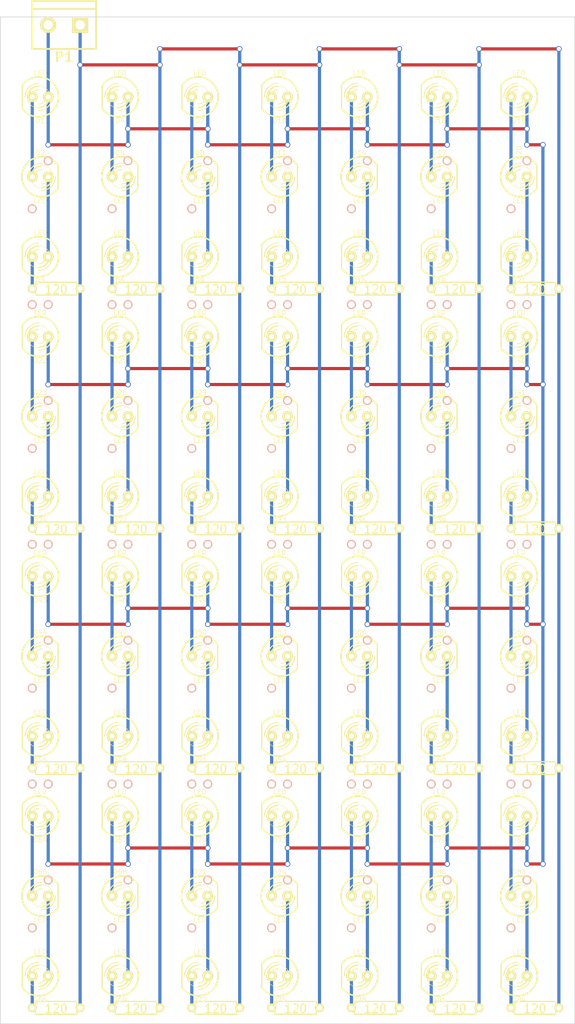
<source format=kicad_pcb>
(kicad_pcb (version 4) (host pcbnew "(2014-12-16 BZR 5324)-product")
  (title_block (title "LED Panels") (date "07 December 2014"))
  (layers (0 F.Cu signal) (31 B.Cu signal) (34 B.Paste user) (35 F.Paste user) (36 B.SilkS user) (37 F.SilkS user) (38 B.Mask user) (39 F.Mask user) (44 Edge.Cuts user))
  (net 0 "")
  (net 1 +12V)
  (net 2 GND)
  (net 3 N-000001)
  (net 4 N-0000010)
  (net 5 N-0000011)
  (net 6 N-0000012)
  (net 7 N-0000013)
  (net 8 N-0000014)
  (net 9 N-0000015)
  (net 10 N-0000016)
  (net 11 N-0000017)
  (net 12 N-0000018)
  (net 13 N-0000019)
  (net 14 N-000002)
  (net 15 N-0000020)
  (net 16 N-0000021)
  (net 17 N-0000022)
  (net 18 N-0000023)
  (net 19 N-0000024)
  (net 20 N-0000025)
  (net 21 N-0000026)
  (net 22 N-0000027)
  (net 23 N-0000028)
  (net 24 N-0000029)
  (net 25 N-000003)
  (net 26 N-0000030)
  (net 27 N-0000031)
  (net 28 N-0000032)
  (net 29 N-0000033)
  (net 30 N-0000034)
  (net 31 N-0000035)
  (net 32 N-0000036)
  (net 33 N-0000037)
  (net 34 N-0000038)
  (net 35 N-0000039)
  (net 36 N-000004)
  (net 37 N-0000040)
  (net 38 N-0000041)
  (net 39 N-0000042)
  (net 40 N-0000043)
  (net 41 N-0000044)
  (net 42 N-0000045)
  (net 43 N-0000047)
  (net 44 N-0000048)
  (net 45 N-0000049)
  (net 46 N-000005)
  (net 47 N-0000050)
  (net 48 N-0000051)
  (net 49 N-0000052)
  (net 50 N-0000053)
  (net 51 N-0000054)
  (net 52 N-0000055)
  (net 53 N-0000056)
  (net 54 N-0000057)
  (net 55 N-0000058)
  (net 56 N-0000059)
  (net 57 N-000006)
  (net 58 N-0000060)
  (net 59 N-0000061)
  (net 60 N-0000062)
  (net 61 N-0000063)
  (net 62 N-0000064)
  (net 63 N-0000065)
  (net 64 N-0000066)
  (net 65 N-0000067)
  (net 66 N-0000068)
  (net 67 N-0000069)
  (net 68 N-000007)
  (net 69 N-0000070)
  (net 70 N-0000071)
  (net 71 N-0000072)
  (net 72 N-0000073)
  (net 73 N-0000074)
  (net 74 N-0000075)
  (net 75 N-0000076)
  (net 76 N-0000077)
  (net 77 N-0000078)
  (net 78 N-0000079)
  (net 79 N-000008)
  (net 80 N-0000080)
  (net 81 N-0000081)
  (net 82 N-0000082)
  (net 83 N-0000083)
  (net 84 N-0000084)
  (net 85 N-0000085)
  (net 86 N-000009)
  (module LED-5MM (layer F.Cu) (at 64.77 83.82)
    (fp_text reference D2 (at 0 -3.81) (layer F.SilkS) (effects (font (size 0.762 0.762) (thickness 0.0889))))
    (fp_text value LED (at 0 3.81) (layer F.SilkS) (effects (font (size 0.762 0.762) (thickness 0.0889))))
    (pad 1 thru_hole circle (at -1.27 0) (size 1.6764 1.6764) (drill 0.8128) (layers *.Cu *.Mask F.SilkS) (net 43 N-0000047))
    (pad 2 thru_hole circle (at 1.27 0) (size 1.6764 1.6764) (drill 0.8128) (layers *.Cu *.Mask F.SilkS) (net 42 N-0000045))
  )
  (module LED-5MM (layer F.Cu) (at 140.97 83.82)
    (fp_text reference D20 (at 0 -3.81 90) (layer F.SilkS) (effects (font (size 0.762 0.762) (thickness 0.0889))))
    (fp_text value LED (at 0 3.81) (layer F.SilkS) (effects (font (size 0.762 0.762) (thickness 0.0889))))
    (pad 1 thru_hole circle (at -1.27 0) (size 1.6764 1.6764) (drill 0.8128) (layers *.Cu *.Mask F.SilkS) (net 40 N-0000043))
    (pad 2 thru_hole circle (at 1.27 0) (size 1.6764 1.6764) (drill 0.8128) (layers *.Cu *.Mask F.SilkS) (net 62 N-0000064))
  )
  (module LED-5MM (layer F.Cu) (at 128.27 96.52 180)
    (fp_text reference D18 (at 0 -3.81 180) (layer F.SilkS) (effects (font (size 0.762 0.762) (thickness 0.0889))))
    (fp_text value LED (at 0 3.81 180) (layer F.SilkS) (effects (font (size 0.762 0.762) (thickness 0.0889))))
    (pad 1 thru_hole circle (at -1.27 0 180) (size 1.6764 1.6764) (drill 0.8128) (layers *.Cu *.Mask F.SilkS) (net 59 N-0000061))
    (pad 2 thru_hole circle (at 1.27 0 180) (size 1.6764 1.6764) (drill 0.8128) (layers *.Cu *.Mask F.SilkS) (net 58 N-0000060))
  )
  (module LED-5MM (layer F.Cu) (at 128.27 71.12 180)
    (fp_text reference D16 (at 0 -3.81 180) (layer F.SilkS) (effects (font (size 0.762 0.762) (thickness 0.0889))))
    (fp_text value LED (at 0 3.81 180) (layer F.SilkS) (effects (font (size 0.762 0.762) (thickness 0.0889))))
    (pad 1 thru_hole circle (at -1.27 0 180) (size 1.6764 1.6764) (drill 0.8128) (layers *.Cu *.Mask F.SilkS) (net 1 +12V))
    (pad 2 thru_hole circle (at 1.27 0 180) (size 1.6764 1.6764) (drill 0.8128) (layers *.Cu *.Mask F.SilkS) (net 60 N-0000062))
  )
  (module LED-5MM (layer F.Cu) (at 115.57 83.82)
    (fp_text reference D14 (at 0 -3.81) (layer F.SilkS) (effects (font (size 0.762 0.762) (thickness 0.0889))))
    (fp_text value LED (at 0 3.81) (layer F.SilkS) (effects (font (size 0.762 0.762) (thickness 0.0889))))
    (pad 1 thru_hole circle (at -1.27 0) (size 1.6764 1.6764) (drill 0.8128) (layers *.Cu *.Mask F.SilkS) (net 56 N-0000059))
    (pad 2 thru_hole circle (at 1.27 0) (size 1.6764 1.6764) (drill 0.8128) (layers *.Cu *.Mask F.SilkS) (net 55 N-0000058))
  )
  (module LED-5MM (layer F.Cu) (at 102.87 96.52 180)
    (fp_text reference D12 (at 0 -3.81 180) (layer F.SilkS) (effects (font (size 0.762 0.762) (thickness 0.0889))))
    (fp_text value LED (at 0 3.81 180) (layer F.SilkS) (effects (font (size 0.762 0.762) (thickness 0.0889))))
    (pad 1 thru_hole circle (at -1.27 0 180) (size 1.6764 1.6764) (drill 0.8128) (layers *.Cu *.Mask F.SilkS) (net 52 N-0000055))
    (pad 2 thru_hole circle (at 1.27 0 180) (size 1.6764 1.6764) (drill 0.8128) (layers *.Cu *.Mask F.SilkS) (net 51 N-0000054))
  )
  (module LED-5MM (layer F.Cu) (at 102.87 71.12 180)
    (fp_text reference D10 (at 0 -3.81 180) (layer F.SilkS) (effects (font (size 0.762 0.762) (thickness 0.0889))))
    (fp_text value LED (at 0 3.81 180) (layer F.SilkS) (effects (font (size 0.762 0.762) (thickness 0.0889))))
    (pad 1 thru_hole circle (at -1.27 0 180) (size 1.6764 1.6764) (drill 0.8128) (layers *.Cu *.Mask F.SilkS) (net 1 +12V))
    (pad 2 thru_hole circle (at 1.27 0 180) (size 1.6764 1.6764) (drill 0.8128) (layers *.Cu *.Mask F.SilkS) (net 53 N-0000056))
  )
  (module LED-5MM (layer F.Cu) (at 90.17 83.82)
    (fp_text reference D8 (at 0 -3.81) (layer F.SilkS) (effects (font (size 0.762 0.762) (thickness 0.0889))))
    (fp_text value LED (at 0 3.81) (layer F.SilkS) (effects (font (size 0.762 0.762) (thickness 0.0889))))
    (pad 1 thru_hole circle (at -1.27 0) (size 1.6764 1.6764) (drill 0.8128) (layers *.Cu *.Mask F.SilkS) (net 50 N-0000053))
    (pad 2 thru_hole circle (at 1.27 0) (size 1.6764 1.6764) (drill 0.8128) (layers *.Cu *.Mask F.SilkS) (net 49 N-0000052))
  )
  (module LED-5MM (layer F.Cu) (at 77.47 96.52 180)
    (fp_text reference D6 (at 0 -3.81 180) (layer F.SilkS) (effects (font (size 0.762 0.762) (thickness 0.0889))))
    (fp_text value LED (at 0 3.81 180) (layer F.SilkS) (effects (font (size 0.762 0.762) (thickness 0.0889))))
    (pad 1 thru_hole circle (at -1.27 0 180) (size 1.6764 1.6764) (drill 0.8128) (layers *.Cu *.Mask F.SilkS) (net 45 N-0000049))
    (pad 2 thru_hole circle (at 1.27 0 180) (size 1.6764 1.6764) (drill 0.8128) (layers *.Cu *.Mask F.SilkS) (net 44 N-0000048))
  )
  (module LED-5MM (layer F.Cu) (at 77.47 71.12 180)
    (fp_text reference D4 (at 0 -3.81 180) (layer F.SilkS) (effects (font (size 0.762 0.762) (thickness 0.0889))))
    (fp_text value LED (at 0 3.81 180) (layer F.SilkS) (effects (font (size 0.762 0.762) (thickness 0.0889))))
    (pad 1 thru_hole circle (at -1.27 0 180) (size 1.6764 1.6764) (drill 0.8128) (layers *.Cu *.Mask F.SilkS) (net 1 +12V))
    (pad 2 thru_hole circle (at 1.27 0 180) (size 1.6764 1.6764) (drill 0.8128) (layers *.Cu *.Mask F.SilkS) (net 47 N-0000050))
  )
  (module LED-5MM (layer F.Cu) (at 64.77 71.12 180)
    (fp_text reference D1 (at 0 -3.81 180) (layer F.SilkS) (effects (font (size 0.762 0.762) (thickness 0.0889))))
    (fp_text value LED (at 0 3.81 180) (layer F.SilkS) (effects (font (size 0.762 0.762) (thickness 0.0889))))
    (pad 1 thru_hole circle (at -1.27 0 180) (size 1.6764 1.6764) (drill 0.8128) (layers *.Cu *.Mask F.SilkS) (net 1 +12V))
    (pad 2 thru_hole circle (at 1.27 0 180) (size 1.6764 1.6764) (drill 0.8128) (layers *.Cu *.Mask F.SilkS) (net 43 N-0000047))
  )
  (module LED-5MM (layer F.Cu) (at 140.97 96.52 180)
    (fp_text reference D21 (at 0 -3.81 180) (layer F.SilkS) (effects (font (size 0.762 0.762) (thickness 0.0889))))
    (fp_text value LED (at 0 3.81 180) (layer F.SilkS) (effects (font (size 0.762 0.762) (thickness 0.0889))))
    (pad 1 thru_hole circle (at -1.27 0 180) (size 1.6764 1.6764) (drill 0.8128) (layers *.Cu *.Mask F.SilkS) (net 62 N-0000064))
    (pad 2 thru_hole circle (at 1.27 0 180) (size 1.6764 1.6764) (drill 0.8128) (layers *.Cu *.Mask F.SilkS) (net 61 N-0000063))
  )
  (module LED-5MM (layer F.Cu) (at 140.97 71.12 180)
    (fp_text reference D19 (at 0 -3.81 180) (layer F.SilkS) (effects (font (size 0.762 0.762) (thickness 0.0889))))
    (fp_text value LED (at 0 3.81 180) (layer F.SilkS) (effects (font (size 0.762 0.762) (thickness 0.0889))))
    (pad 1 thru_hole circle (at -1.27 0 180) (size 1.6764 1.6764) (drill 0.8128) (layers *.Cu *.Mask F.SilkS) (net 1 +12V))
    (pad 2 thru_hole circle (at 1.27 0 180) (size 1.6764 1.6764) (drill 0.8128) (layers *.Cu *.Mask F.SilkS) (net 40 N-0000043))
  )
  (module LED-5MM (layer F.Cu) (at 128.27 83.82)
    (fp_text reference D17 (at 0 -3.81) (layer F.SilkS) (effects (font (size 0.762 0.762) (thickness 0.0889))))
    (fp_text value LED (at 0 3.81) (layer F.SilkS) (effects (font (size 0.762 0.762) (thickness 0.0889))))
    (pad 1 thru_hole circle (at -1.27 0) (size 1.6764 1.6764) (drill 0.8128) (layers *.Cu *.Mask F.SilkS) (net 60 N-0000062))
    (pad 2 thru_hole circle (at 1.27 0) (size 1.6764 1.6764) (drill 0.8128) (layers *.Cu *.Mask F.SilkS) (net 59 N-0000061))
  )
  (module LED-5MM (layer F.Cu) (at 115.57 96.52 180)
    (fp_text reference D15 (at 0 -3.81 180) (layer F.SilkS) (effects (font (size 0.762 0.762) (thickness 0.0889))))
    (fp_text value LED (at 0 3.81 180) (layer F.SilkS) (effects (font (size 0.762 0.762) (thickness 0.0889))))
    (pad 1 thru_hole circle (at -1.27 0 180) (size 1.6764 1.6764) (drill 0.8128) (layers *.Cu *.Mask F.SilkS) (net 55 N-0000058))
    (pad 2 thru_hole circle (at 1.27 0 180) (size 1.6764 1.6764) (drill 0.8128) (layers *.Cu *.Mask F.SilkS) (net 54 N-0000057))
  )
  (module LED-5MM (layer F.Cu) (at 115.57 71.12 180)
    (fp_text reference D13 (at 0 -3.81 180) (layer F.SilkS) (effects (font (size 0.762 0.762) (thickness 0.0889))))
    (fp_text value LED (at 0 3.81 180) (layer F.SilkS) (effects (font (size 0.762 0.762) (thickness 0.0889))))
    (pad 1 thru_hole circle (at -1.27 0 180) (size 1.6764 1.6764) (drill 0.8128) (layers *.Cu *.Mask F.SilkS) (net 1 +12V))
    (pad 2 thru_hole circle (at 1.27 0 180) (size 1.6764 1.6764) (drill 0.8128) (layers *.Cu *.Mask F.SilkS) (net 56 N-0000059))
  )
  (module LED-5MM (layer F.Cu) (at 102.87 83.82)
    (fp_text reference D11 (at 0 -3.81) (layer F.SilkS) (effects (font (size 0.762 0.762) (thickness 0.0889))))
    (fp_text value LED (at 0 3.81) (layer F.SilkS) (effects (font (size 0.762 0.762) (thickness 0.0889))))
    (pad 1 thru_hole circle (at -1.27 0) (size 1.6764 1.6764) (drill 0.8128) (layers *.Cu *.Mask F.SilkS) (net 53 N-0000056))
    (pad 2 thru_hole circle (at 1.27 0) (size 1.6764 1.6764) (drill 0.8128) (layers *.Cu *.Mask F.SilkS) (net 52 N-0000055))
  )
  (module LED-5MM (layer F.Cu) (at 90.17 96.52 180)
    (fp_text reference D9 (at 0 -3.81 180) (layer F.SilkS) (effects (font (size 0.762 0.762) (thickness 0.0889))))
    (fp_text value LED (at 0 3.81 180) (layer F.SilkS) (effects (font (size 0.762 0.762) (thickness 0.0889))))
    (pad 1 thru_hole circle (at -1.27 0 180) (size 1.6764 1.6764) (drill 0.8128) (layers *.Cu *.Mask F.SilkS) (net 49 N-0000052))
    (pad 2 thru_hole circle (at 1.27 0 180) (size 1.6764 1.6764) (drill 0.8128) (layers *.Cu *.Mask F.SilkS) (net 48 N-0000051))
  )
  (module LED-5MM (layer F.Cu) (at 90.17 71.12 180)
    (fp_text reference D7 (at 0 -3.81 180) (layer F.SilkS) (effects (font (size 0.762 0.762) (thickness 0.0889))))
    (fp_text value LED (at 0 3.81 180) (layer F.SilkS) (effects (font (size 0.762 0.762) (thickness 0.0889))))
    (pad 1 thru_hole circle (at -1.27 0 180) (size 1.6764 1.6764) (drill 0.8128) (layers *.Cu *.Mask F.SilkS) (net 1 +12V))
    (pad 2 thru_hole circle (at 1.27 0 180) (size 1.6764 1.6764) (drill 0.8128) (layers *.Cu *.Mask F.SilkS) (net 50 N-0000053))
  )
  (module LED-5MM (layer F.Cu) (at 77.47 83.82)
    (fp_text reference D5 (at 0 -3.81) (layer F.SilkS) (effects (font (size 0.762 0.762) (thickness 0.0889))))
    (fp_text value LED (at 0 3.81) (layer F.SilkS) (effects (font (size 0.762 0.762) (thickness 0.0889))))
    (pad 1 thru_hole circle (at -1.27 0) (size 1.6764 1.6764) (drill 0.8128) (layers *.Cu *.Mask F.SilkS) (net 47 N-0000050))
    (pad 2 thru_hole circle (at 1.27 0) (size 1.6764 1.6764) (drill 0.8128) (layers *.Cu *.Mask F.SilkS) (net 45 N-0000049))
  )
  (module LED-5MM (layer F.Cu) (at 64.77 96.52 180)
    (fp_text reference D3 (at 0 -3.81 180) (layer F.SilkS) (effects (font (size 0.762 0.762) (thickness 0.0889))))
    (fp_text value LED (at 0 3.81 180) (layer F.SilkS) (effects (font (size 0.762 0.762) (thickness 0.0889))))
    (pad 1 thru_hole circle (at -1.27 0 180) (size 1.6764 1.6764) (drill 0.8128) (layers *.Cu *.Mask F.SilkS) (net 42 N-0000045))
    (pad 2 thru_hole circle (at 1.27 0 180) (size 1.6764 1.6764) (drill 0.8128) (layers *.Cu *.Mask F.SilkS) (net 41 N-0000044))
  )
  (module R3 (layer F.Cu) (at 67.31 101.6)
    (fp_text reference R1 hide)
    (fp_text value 120 (at 0 0.127) (layer F.SilkS) (effects (font (size 1.397 1.27) (thickness 0.2032))))
    (pad 1 thru_hole circle (at -3.81 0) (size 1.397 1.397) (drill 0.8128) (layers *.Cu *.Mask F.SilkS) (net 41 N-0000044))
    (pad 2 thru_hole circle (at 3.81 0) (size 1.397 1.397) (drill 0.8128) (layers *.Cu *.Mask F.SilkS) (net 2 GND))
  )
  (module R3 (layer F.Cu) (at 80.01 101.6)
    (fp_text reference R2 hide)
    (fp_text value 120 (at 0 0.127) (layer F.SilkS) (effects (font (size 1.397 1.27) (thickness 0.2032))))
    (pad 1 thru_hole circle (at -3.81 0) (size 1.397 1.397) (drill 0.8128) (layers *.Cu *.Mask F.SilkS) (net 44 N-0000048))
    (pad 2 thru_hole circle (at 3.81 0) (size 1.397 1.397) (drill 0.8128) (layers *.Cu *.Mask F.SilkS) (net 2 GND))
  )
  (module R3 (layer F.Cu) (at 92.71 101.6)
    (fp_text reference R3 hide)
    (fp_text value 120 (at 0 0.127) (layer F.SilkS) (effects (font (size 1.397 1.27) (thickness 0.2032))))
    (pad 1 thru_hole circle (at -3.81 0) (size 1.397 1.397) (drill 0.8128) (layers *.Cu *.Mask F.SilkS) (net 48 N-0000051))
    (pad 2 thru_hole circle (at 3.81 0) (size 1.397 1.397) (drill 0.8128) (layers *.Cu *.Mask F.SilkS) (net 2 GND))
  )
  (module R3 (layer F.Cu) (at 105.41 101.6)
    (fp_text reference R4 hide)
    (fp_text value 120 (at 0 0.127) (layer F.SilkS) (effects (font (size 1.397 1.27) (thickness 0.2032))))
    (pad 1 thru_hole circle (at -3.81 0) (size 1.397 1.397) (drill 0.8128) (layers *.Cu *.Mask F.SilkS) (net 51 N-0000054))
    (pad 2 thru_hole circle (at 3.81 0) (size 1.397 1.397) (drill 0.8128) (layers *.Cu *.Mask F.SilkS) (net 2 GND))
  )
  (module R3 (layer F.Cu) (at 118.11 101.6)
    (fp_text reference R5 hide)
    (fp_text value 120 (at 0 0.127) (layer F.SilkS) (effects (font (size 1.397 1.27) (thickness 0.2032))))
    (pad 1 thru_hole circle (at -3.81 0) (size 1.397 1.397) (drill 0.8128) (layers *.Cu *.Mask F.SilkS) (net 54 N-0000057))
    (pad 2 thru_hole circle (at 3.81 0) (size 1.397 1.397) (drill 0.8128) (layers *.Cu *.Mask F.SilkS) (net 2 GND))
  )
  (module R3 (layer F.Cu) (at 130.81 101.6)
    (fp_text reference R6 hide)
    (fp_text value 120 (at 0 0.127) (layer F.SilkS) (effects (font (size 1.397 1.27) (thickness 0.2032))))
    (pad 1 thru_hole circle (at -3.81 0) (size 1.397 1.397) (drill 0.8128) (layers *.Cu *.Mask F.SilkS) (net 58 N-0000060))
    (pad 2 thru_hole circle (at 3.81 0) (size 1.397 1.397) (drill 0.8128) (layers *.Cu *.Mask F.SilkS) (net 2 GND))
  )
  (module R3 (layer F.Cu) (at 143.51 101.6)
    (fp_text reference R7 hide)
    (fp_text value 120 (at 0 0.127) (layer F.SilkS) (effects (font (size 1.397 1.27) (thickness 0.2032))))
    (pad 1 thru_hole circle (at -3.81 0) (size 1.397 1.397) (drill 0.8128) (layers *.Cu *.Mask F.SilkS) (net 61 N-0000063))
    (pad 2 thru_hole circle (at 3.81 0) (size 1.397 1.397) (drill 0.8128) (layers *.Cu *.Mask F.SilkS) (net 2 GND))
  )
  (module bornier2 (layer F.Cu) (at 68.58 59.69 180)
    (fp_text reference P1 (at 0 -5.08 180) (layer F.SilkS) (effects (font (thickness 0.3048))))
    (fp_text value CONN_2 (at 0 5.08 180) (layer F.SilkS) (effects (font (thickness 0.3048))))
    (pad 1 thru_hole rect (at -2.54 0 180) (size 2.54 2.54) (drill 1.524) (layers *.Cu *.Mask F.SilkS) (net 2 GND))
    (pad 2 thru_hole circle (at 2.54 0 180) (size 2.54 2.54) (drill 1.524) (layers *.Cu *.Mask F.SilkS) (net 1 +12V))
  )
  (module R3 (layer F.Cu) (at 118.11 177.8)
    (fp_text reference R19 hide)
    (fp_text value 120 (at 0 0.127) (layer F.SilkS) (effects (font (size 1.397 1.27) (thickness 0.2032))))
    (pad 1 thru_hole circle (at -3.81 0) (size 1.397 1.397) (drill 0.8128) (layers *.Cu *.Mask F.SilkS) (net 12 N-0000018))
    (pad 2 thru_hole circle (at 3.81 0) (size 1.397 1.397) (drill 0.8128) (layers *.Cu *.Mask F.SilkS) (net 2 GND))
  )
  (module R3 (layer F.Cu) (at 105.41 177.8)
    (fp_text reference R18 hide)
    (fp_text value 120 (at 0 0.127) (layer F.SilkS) (effects (font (size 1.397 1.27) (thickness 0.2032))))
    (pad 1 thru_hole circle (at -3.81 0) (size 1.397 1.397) (drill 0.8128) (layers *.Cu *.Mask F.SilkS) (net 9 N-0000015))
    (pad 2 thru_hole circle (at 3.81 0) (size 1.397 1.397) (drill 0.8128) (layers *.Cu *.Mask F.SilkS) (net 2 GND))
  )
  (module R3 (layer F.Cu) (at 92.71 215.9)
    (fp_text reference R24 hide)
    (fp_text value 120 (at 0 0.127) (layer F.SilkS) (effects (font (size 1.397 1.27) (thickness 0.2032))))
    (pad 1 thru_hole circle (at -3.81 0) (size 1.397 1.397) (drill 0.8128) (layers *.Cu *.Mask F.SilkS) (net 33 N-0000037))
    (pad 2 thru_hole circle (at 3.81 0) (size 1.397 1.397) (drill 0.8128) (layers *.Cu *.Mask F.SilkS) (net 2 GND))
  )
  (module R3 (layer F.Cu) (at 118.11 139.7)
    (fp_text reference R12 hide)
    (fp_text value 120 (at 0 0.127) (layer F.SilkS) (effects (font (size 1.397 1.27) (thickness 0.2032))))
    (pad 1 thru_hole circle (at -3.81 0) (size 1.397 1.397) (drill 0.8128) (layers *.Cu *.Mask F.SilkS) (net 78 N-0000079))
    (pad 2 thru_hole circle (at 3.81 0) (size 1.397 1.397) (drill 0.8128) (layers *.Cu *.Mask F.SilkS) (net 2 GND))
  )
  (module R3 (layer F.Cu) (at 92.71 177.8)
    (fp_text reference R17 hide)
    (fp_text value 120 (at 0 0.127) (layer F.SilkS) (effects (font (size 1.397 1.27) (thickness 0.2032))))
    (pad 1 thru_hole circle (at -3.81 0) (size 1.397 1.397) (drill 0.8128) (layers *.Cu *.Mask F.SilkS) (net 6 N-0000012))
    (pad 2 thru_hole circle (at 3.81 0) (size 1.397 1.397) (drill 0.8128) (layers *.Cu *.Mask F.SilkS) (net 2 GND))
  )
  (module R3 (layer F.Cu) (at 80.01 215.9)
    (fp_text reference R23 hide)
    (fp_text value 120 (at 0 0.127) (layer F.SilkS) (effects (font (size 1.397 1.27) (thickness 0.2032))))
    (pad 1 thru_hole circle (at -3.81 0) (size 1.397 1.397) (drill 0.8128) (layers *.Cu *.Mask F.SilkS) (net 30 N-0000034))
    (pad 2 thru_hole circle (at 3.81 0) (size 1.397 1.397) (drill 0.8128) (layers *.Cu *.Mask F.SilkS) (net 2 GND))
  )
  (module R3 (layer F.Cu) (at 105.41 215.9)
    (fp_text reference R25 hide)
    (fp_text value 120 (at 0 0.127) (layer F.SilkS) (effects (font (size 1.397 1.27) (thickness 0.2032))))
    (pad 1 thru_hole circle (at -3.81 0) (size 1.397 1.397) (drill 0.8128) (layers *.Cu *.Mask F.SilkS) (net 37 N-0000040))
    (pad 2 thru_hole circle (at 3.81 0) (size 1.397 1.397) (drill 0.8128) (layers *.Cu *.Mask F.SilkS) (net 2 GND))
  )
  (module R3 (layer F.Cu) (at 130.81 139.7)
    (fp_text reference R13 hide)
    (fp_text value 120 (at 0 0.127) (layer F.SilkS) (effects (font (size 1.397 1.27) (thickness 0.2032))))
    (pad 1 thru_hole circle (at -3.81 0) (size 1.397 1.397) (drill 0.8128) (layers *.Cu *.Mask F.SilkS) (net 82 N-0000082))
    (pad 2 thru_hole circle (at 3.81 0) (size 1.397 1.397) (drill 0.8128) (layers *.Cu *.Mask F.SilkS) (net 2 GND))
  )
  (module R3 (layer F.Cu) (at 67.31 215.9)
    (fp_text reference R22 hide)
    (fp_text value 120 (at 0 0.127) (layer F.SilkS) (effects (font (size 1.397 1.27) (thickness 0.2032))))
    (pad 1 thru_hole circle (at -3.81 0) (size 1.397 1.397) (drill 0.8128) (layers *.Cu *.Mask F.SilkS) (net 27 N-0000031))
    (pad 2 thru_hole circle (at 3.81 0) (size 1.397 1.397) (drill 0.8128) (layers *.Cu *.Mask F.SilkS) (net 2 GND))
  )
  (module R3 (layer F.Cu) (at 143.51 139.7)
    (fp_text reference R14 hide)
    (fp_text value 120 (at 0 0.127) (layer F.SilkS) (effects (font (size 1.397 1.27) (thickness 0.2032))))
    (pad 1 thru_hole circle (at -3.81 0) (size 1.397 1.397) (drill 0.8128) (layers *.Cu *.Mask F.SilkS) (net 85 N-0000085))
    (pad 2 thru_hole circle (at 3.81 0) (size 1.397 1.397) (drill 0.8128) (layers *.Cu *.Mask F.SilkS) (net 2 GND))
  )
  (module R3 (layer F.Cu) (at 80.01 177.8)
    (fp_text reference R16 hide)
    (fp_text value 120 (at 0 0.127) (layer F.SilkS) (effects (font (size 1.397 1.27) (thickness 0.2032))))
    (pad 1 thru_hole circle (at -3.81 0) (size 1.397 1.397) (drill 0.8128) (layers *.Cu *.Mask F.SilkS) (net 86 N-000009))
    (pad 2 thru_hole circle (at 3.81 0) (size 1.397 1.397) (drill 0.8128) (layers *.Cu *.Mask F.SilkS) (net 2 GND))
  )
  (module R3 (layer F.Cu) (at 67.31 139.7)
    (fp_text reference R8 hide)
    (fp_text value 120 (at 0 0.127) (layer F.SilkS) (effects (font (size 1.397 1.27) (thickness 0.2032))))
    (pad 1 thru_hole circle (at -3.81 0) (size 1.397 1.397) (drill 0.8128) (layers *.Cu *.Mask F.SilkS) (net 65 N-0000067))
    (pad 2 thru_hole circle (at 3.81 0) (size 1.397 1.397) (drill 0.8128) (layers *.Cu *.Mask F.SilkS) (net 2 GND))
  )
  (module R3 (layer F.Cu) (at 143.51 215.9)
    (fp_text reference R28 hide)
    (fp_text value 120 (at 0 0.127) (layer F.SilkS) (effects (font (size 1.397 1.27) (thickness 0.2032))))
    (pad 1 thru_hole circle (at -3.81 0) (size 1.397 1.397) (drill 0.8128) (layers *.Cu *.Mask F.SilkS) (net 23 N-0000028))
    (pad 2 thru_hole circle (at 3.81 0) (size 1.397 1.397) (drill 0.8128) (layers *.Cu *.Mask F.SilkS) (net 2 GND))
  )
  (module R3 (layer F.Cu) (at 67.31 177.8)
    (fp_text reference R15 hide)
    (fp_text value 120 (at 0 0.127) (layer F.SilkS) (effects (font (size 1.397 1.27) (thickness 0.2032))))
    (pad 1 thru_hole circle (at -3.81 0) (size 1.397 1.397) (drill 0.8128) (layers *.Cu *.Mask F.SilkS) (net 57 N-000006))
    (pad 2 thru_hole circle (at 3.81 0) (size 1.397 1.397) (drill 0.8128) (layers *.Cu *.Mask F.SilkS) (net 2 GND))
  )
  (module R3 (layer F.Cu) (at 105.41 139.7)
    (fp_text reference R11 hide)
    (fp_text value 120 (at 0 0.127) (layer F.SilkS) (effects (font (size 1.397 1.27) (thickness 0.2032))))
    (pad 1 thru_hole circle (at -3.81 0) (size 1.397 1.397) (drill 0.8128) (layers *.Cu *.Mask F.SilkS) (net 75 N-0000076))
    (pad 2 thru_hole circle (at 3.81 0) (size 1.397 1.397) (drill 0.8128) (layers *.Cu *.Mask F.SilkS) (net 2 GND))
  )
  (module R3 (layer F.Cu) (at 80.01 139.7)
    (fp_text reference R9 hide)
    (fp_text value 120 (at 0 0.127) (layer F.SilkS) (effects (font (size 1.397 1.27) (thickness 0.2032))))
    (pad 1 thru_hole circle (at -3.81 0) (size 1.397 1.397) (drill 0.8128) (layers *.Cu *.Mask F.SilkS) (net 69 N-0000070))
    (pad 2 thru_hole circle (at 3.81 0) (size 1.397 1.397) (drill 0.8128) (layers *.Cu *.Mask F.SilkS) (net 2 GND))
  )
  (module R3 (layer F.Cu) (at 130.81 215.9)
    (fp_text reference R27 hide)
    (fp_text value 120 (at 0 0.127) (layer F.SilkS) (effects (font (size 1.397 1.27) (thickness 0.2032))))
    (pad 1 thru_hole circle (at -3.81 0) (size 1.397 1.397) (drill 0.8128) (layers *.Cu *.Mask F.SilkS) (net 20 N-0000025))
    (pad 2 thru_hole circle (at 3.81 0) (size 1.397 1.397) (drill 0.8128) (layers *.Cu *.Mask F.SilkS) (net 2 GND))
  )
  (module R3 (layer F.Cu) (at 118.11 215.9)
    (fp_text reference R26 hide)
    (fp_text value 120 (at 0 0.127) (layer F.SilkS) (effects (font (size 1.397 1.27) (thickness 0.2032))))
    (pad 1 thru_hole circle (at -3.81 0) (size 1.397 1.397) (drill 0.8128) (layers *.Cu *.Mask F.SilkS) (net 39 N-0000042))
    (pad 2 thru_hole circle (at 3.81 0) (size 1.397 1.397) (drill 0.8128) (layers *.Cu *.Mask F.SilkS) (net 2 GND))
  )
  (module R3 (layer F.Cu) (at 143.51 177.8)
    (fp_text reference R21 hide)
    (fp_text value 120 (at 0 0.127) (layer F.SilkS) (effects (font (size 1.397 1.27) (thickness 0.2032))))
    (pad 1 thru_hole circle (at -3.81 0) (size 1.397 1.397) (drill 0.8128) (layers *.Cu *.Mask F.SilkS) (net 25 N-000003))
    (pad 2 thru_hole circle (at 3.81 0) (size 1.397 1.397) (drill 0.8128) (layers *.Cu *.Mask F.SilkS) (net 2 GND))
  )
  (module R3 (layer F.Cu) (at 92.71 139.7)
    (fp_text reference R10 hide)
    (fp_text value 120 (at 0 0.127) (layer F.SilkS) (effects (font (size 1.397 1.27) (thickness 0.2032))))
    (pad 1 thru_hole circle (at -3.81 0) (size 1.397 1.397) (drill 0.8128) (layers *.Cu *.Mask F.SilkS) (net 72 N-0000073))
    (pad 2 thru_hole circle (at 3.81 0) (size 1.397 1.397) (drill 0.8128) (layers *.Cu *.Mask F.SilkS) (net 2 GND))
  )
  (module R3 (layer F.Cu) (at 130.81 177.8)
    (fp_text reference R20 hide)
    (fp_text value 120 (at 0 0.127) (layer F.SilkS) (effects (font (size 1.397 1.27) (thickness 0.2032))))
    (pad 1 thru_hole circle (at -3.81 0) (size 1.397 1.397) (drill 0.8128) (layers *.Cu *.Mask F.SilkS) (net 16 N-0000021))
    (pad 2 thru_hole circle (at 3.81 0) (size 1.397 1.397) (drill 0.8128) (layers *.Cu *.Mask F.SilkS) (net 2 GND))
  )
  (module LED-5MM (layer F.Cu) (at 128.27 172.72 180)
    (fp_text reference D60 (at 0 -3.81 180) (layer F.SilkS) (effects (font (size 0.762 0.762) (thickness 0.0889))))
    (fp_text value LED (at 0 3.81 180) (layer F.SilkS) (effects (font (size 0.762 0.762) (thickness 0.0889))))
    (pad 1 thru_hole circle (at -1.27 0 180) (size 1.6764 1.6764) (drill 0.8128) (layers *.Cu *.Mask F.SilkS) (net 5 N-0000011))
    (pad 2 thru_hole circle (at 1.27 0 180) (size 1.6764 1.6764) (drill 0.8128) (layers *.Cu *.Mask F.SilkS) (net 16 N-0000021))
  )
  (module LED-5MM (layer F.Cu) (at 115.57 210.82 180)
    (fp_text reference D78 (at 0 -3.81 180) (layer F.SilkS) (effects (font (size 0.762 0.762) (thickness 0.0889))))
    (fp_text value LED (at 0 3.81 180) (layer F.SilkS) (effects (font (size 0.762 0.762) (thickness 0.0889))))
    (pad 1 thru_hole circle (at -1.27 0 180) (size 1.6764 1.6764) (drill 0.8128) (layers *.Cu *.Mask F.SilkS) (net 29 N-0000033))
    (pad 2 thru_hole circle (at 1.27 0 180) (size 1.6764 1.6764) (drill 0.8128) (layers *.Cu *.Mask F.SilkS) (net 39 N-0000042))
  )
  (module LED-5MM (layer F.Cu) (at 90.17 185.42 180)
    (fp_text reference D70 (at 0 -3.81 180) (layer F.SilkS) (effects (font (size 0.762 0.762) (thickness 0.0889))))
    (fp_text value LED (at 0 3.81 180) (layer F.SilkS) (effects (font (size 0.762 0.762) (thickness 0.0889))))
    (pad 1 thru_hole circle (at -1.27 0 180) (size 1.6764 1.6764) (drill 0.8128) (layers *.Cu *.Mask F.SilkS) (net 1 +12V))
    (pad 2 thru_hole circle (at 1.27 0 180) (size 1.6764 1.6764) (drill 0.8128) (layers *.Cu *.Mask F.SilkS) (net 35 N-0000039))
  )
  (module LED-5MM (layer F.Cu) (at 102.87 210.82 180)
    (fp_text reference D75 (at 0 -3.81 180) (layer F.SilkS) (effects (font (size 0.762 0.762) (thickness 0.0889))))
    (fp_text value LED (at 0 3.81 180) (layer F.SilkS) (effects (font (size 0.762 0.762) (thickness 0.0889))))
    (pad 1 thru_hole circle (at -1.27 0 180) (size 1.6764 1.6764) (drill 0.8128) (layers *.Cu *.Mask F.SilkS) (net 38 N-0000041))
    (pad 2 thru_hole circle (at 1.27 0 180) (size 1.6764 1.6764) (drill 0.8128) (layers *.Cu *.Mask F.SilkS) (net 37 N-0000040))
  )
  (module LED-5MM (layer F.Cu) (at 115.57 160.02)
    (fp_text reference D56 (at 0 -3.81) (layer F.SilkS) (effects (font (size 0.762 0.762) (thickness 0.0889))))
    (fp_text value LED (at 0 3.81) (layer F.SilkS) (effects (font (size 0.762 0.762) (thickness 0.0889))))
    (pad 1 thru_hole circle (at -1.27 0) (size 1.6764 1.6764) (drill 0.8128) (layers *.Cu *.Mask F.SilkS) (net 15 N-0000020))
    (pad 2 thru_hole circle (at 1.27 0) (size 1.6764 1.6764) (drill 0.8128) (layers *.Cu *.Mask F.SilkS) (net 13 N-0000019))
  )
  (module LED-5MM (layer F.Cu) (at 102.87 198.12)
    (fp_text reference D74 (at 0 -3.81) (layer F.SilkS) (effects (font (size 0.762 0.762) (thickness 0.0889))))
    (fp_text value LED (at 0 3.81) (layer F.SilkS) (effects (font (size 0.762 0.762) (thickness 0.0889))))
    (pad 1 thru_hole circle (at -1.27 0) (size 1.6764 1.6764) (drill 0.8128) (layers *.Cu *.Mask F.SilkS) (net 17 N-0000022))
    (pad 2 thru_hole circle (at 1.27 0) (size 1.6764 1.6764) (drill 0.8128) (layers *.Cu *.Mask F.SilkS) (net 38 N-0000041))
  )
  (module LED-5MM (layer F.Cu) (at 102.87 185.42 180)
    (fp_text reference D73 (at 0 -3.81 180) (layer F.SilkS) (effects (font (size 0.762 0.762) (thickness 0.0889))))
    (fp_text value LED (at 0 3.81 180) (layer F.SilkS) (effects (font (size 0.762 0.762) (thickness 0.0889))))
    (pad 1 thru_hole circle (at -1.27 0 180) (size 1.6764 1.6764) (drill 0.8128) (layers *.Cu *.Mask F.SilkS) (net 1 +12V))
    (pad 2 thru_hole circle (at 1.27 0 180) (size 1.6764 1.6764) (drill 0.8128) (layers *.Cu *.Mask F.SilkS) (net 17 N-0000022))
  )
  (module LED-5MM (layer F.Cu) (at 115.57 147.32 180)
    (fp_text reference D55 (at 0 -3.81 180) (layer F.SilkS) (effects (font (size 0.762 0.762) (thickness 0.0889))))
    (fp_text value LED (at 0 3.81 180) (layer F.SilkS) (effects (font (size 0.762 0.762) (thickness 0.0889))))
    (pad 1 thru_hole circle (at -1.27 0 180) (size 1.6764 1.6764) (drill 0.8128) (layers *.Cu *.Mask F.SilkS) (net 1 +12V))
    (pad 2 thru_hole circle (at 1.27 0 180) (size 1.6764 1.6764) (drill 0.8128) (layers *.Cu *.Mask F.SilkS) (net 15 N-0000020))
  )
  (module LED-5MM (layer F.Cu) (at 115.57 172.72 180)
    (fp_text reference D57 (at 0 -3.81 180) (layer F.SilkS) (effects (font (size 0.762 0.762) (thickness 0.0889))))
    (fp_text value LED (at 0 3.81 180) (layer F.SilkS) (effects (font (size 0.762 0.762) (thickness 0.0889))))
    (pad 1 thru_hole circle (at -1.27 0 180) (size 1.6764 1.6764) (drill 0.8128) (layers *.Cu *.Mask F.SilkS) (net 13 N-0000019))
    (pad 2 thru_hole circle (at 1.27 0 180) (size 1.6764 1.6764) (drill 0.8128) (layers *.Cu *.Mask F.SilkS) (net 12 N-0000018))
  )
  (module LED-5MM (layer F.Cu) (at 128.27 160.02)
    (fp_text reference D59 (at 0 -3.81) (layer F.SilkS) (effects (font (size 0.762 0.762) (thickness 0.0889))))
    (fp_text value LED (at 0 3.81) (layer F.SilkS) (effects (font (size 0.762 0.762) (thickness 0.0889))))
    (pad 1 thru_hole circle (at -1.27 0) (size 1.6764 1.6764) (drill 0.8128) (layers *.Cu *.Mask F.SilkS) (net 14 N-000002))
    (pad 2 thru_hole circle (at 1.27 0) (size 1.6764 1.6764) (drill 0.8128) (layers *.Cu *.Mask F.SilkS) (net 5 N-0000011))
  )
  (module LED-5MM (layer F.Cu) (at 140.97 185.42 180)
    (fp_text reference D82 (at 0 -3.81 180) (layer F.SilkS) (effects (font (size 0.762 0.762) (thickness 0.0889))))
    (fp_text value LED (at 0 3.81 180) (layer F.SilkS) (effects (font (size 0.762 0.762) (thickness 0.0889))))
    (pad 1 thru_hole circle (at -1.27 0 180) (size 1.6764 1.6764) (drill 0.8128) (layers *.Cu *.Mask F.SilkS) (net 1 +12V))
    (pad 2 thru_hole circle (at 1.27 0 180) (size 1.6764 1.6764) (drill 0.8128) (layers *.Cu *.Mask F.SilkS) (net 26 N-0000030))
  )
  (module LED-5MM (layer F.Cu) (at 102.87 109.22 180)
    (fp_text reference D31 (at 0 -3.81 180) (layer F.SilkS) (effects (font (size 0.762 0.762) (thickness 0.0889))))
    (fp_text value LED (at 0 3.81 180) (layer F.SilkS) (effects (font (size 0.762 0.762) (thickness 0.0889))))
    (pad 1 thru_hole circle (at -1.27 0 180) (size 1.6764 1.6764) (drill 0.8128) (layers *.Cu *.Mask F.SilkS) (net 1 +12V))
    (pad 2 thru_hole circle (at 1.27 0 180) (size 1.6764 1.6764) (drill 0.8128) (layers *.Cu *.Mask F.SilkS) (net 77 N-0000078))
  )
  (module LED-5MM (layer F.Cu) (at 115.57 198.12)
    (fp_text reference D77 (at 0 -3.81) (layer F.SilkS) (effects (font (size 0.762 0.762) (thickness 0.0889))))
    (fp_text value LED (at 0 3.81) (layer F.SilkS) (effects (font (size 0.762 0.762) (thickness 0.0889))))
    (pad 1 thru_hole circle (at -1.27 0) (size 1.6764 1.6764) (drill 0.8128) (layers *.Cu *.Mask F.SilkS) (net 19 N-0000024))
    (pad 2 thru_hole circle (at 1.27 0) (size 1.6764 1.6764) (drill 0.8128) (layers *.Cu *.Mask F.SilkS) (net 29 N-0000033))
  )
  (module LED-5MM (layer F.Cu) (at 115.57 185.42 180)
    (fp_text reference D76 (at 0 -3.81 180) (layer F.SilkS) (effects (font (size 0.762 0.762) (thickness 0.0889))))
    (fp_text value LED (at 0 3.81 180) (layer F.SilkS) (effects (font (size 0.762 0.762) (thickness 0.0889))))
    (pad 1 thru_hole circle (at -1.27 0 180) (size 1.6764 1.6764) (drill 0.8128) (layers *.Cu *.Mask F.SilkS) (net 1 +12V))
    (pad 2 thru_hole circle (at 1.27 0 180) (size 1.6764 1.6764) (drill 0.8128) (layers *.Cu *.Mask F.SilkS) (net 19 N-0000024))
  )
  (module LED-5MM (layer F.Cu) (at 128.27 210.82 180)
    (fp_text reference D81 (at 0 -3.81 180) (layer F.SilkS) (effects (font (size 0.762 0.762) (thickness 0.0889))))
    (fp_text value LED (at 0 3.81 180) (layer F.SilkS) (effects (font (size 0.762 0.762) (thickness 0.0889))))
    (pad 1 thru_hole circle (at -1.27 0 180) (size 1.6764 1.6764) (drill 0.8128) (layers *.Cu *.Mask F.SilkS) (net 21 N-0000026))
    (pad 2 thru_hole circle (at 1.27 0 180) (size 1.6764 1.6764) (drill 0.8128) (layers *.Cu *.Mask F.SilkS) (net 20 N-0000025))
  )
  (module LED-5MM (layer F.Cu) (at 128.27 198.12)
    (fp_text reference D80 (at 0 -3.81) (layer F.SilkS) (effects (font (size 0.762 0.762) (thickness 0.0889))))
    (fp_text value LED (at 0 3.81) (layer F.SilkS) (effects (font (size 0.762 0.762) (thickness 0.0889))))
    (pad 1 thru_hole circle (at -1.27 0) (size 1.6764 1.6764) (drill 0.8128) (layers *.Cu *.Mask F.SilkS) (net 22 N-0000027))
    (pad 2 thru_hole circle (at 1.27 0) (size 1.6764 1.6764) (drill 0.8128) (layers *.Cu *.Mask F.SilkS) (net 21 N-0000026))
  )
  (module LED-5MM (layer F.Cu) (at 128.27 185.42 180)
    (fp_text reference D79 (at 0 -3.81 180) (layer F.SilkS) (effects (font (size 0.762 0.762) (thickness 0.0889))))
    (fp_text value LED (at 0 3.81 180) (layer F.SilkS) (effects (font (size 0.762 0.762) (thickness 0.0889))))
    (pad 1 thru_hole circle (at -1.27 0 180) (size 1.6764 1.6764) (drill 0.8128) (layers *.Cu *.Mask F.SilkS) (net 1 +12V))
    (pad 2 thru_hole circle (at 1.27 0 180) (size 1.6764 1.6764) (drill 0.8128) (layers *.Cu *.Mask F.SilkS) (net 22 N-0000027))
  )
  (module LED-5MM (layer F.Cu) (at 140.97 210.82 180)
    (fp_text reference D84 (at 0 -3.81 180) (layer F.SilkS) (effects (font (size 0.762 0.762) (thickness 0.0889))))
    (fp_text value LED (at 0 3.81 180) (layer F.SilkS) (effects (font (size 0.762 0.762) (thickness 0.0889))))
    (pad 1 thru_hole circle (at -1.27 0 180) (size 1.6764 1.6764) (drill 0.8128) (layers *.Cu *.Mask F.SilkS) (net 24 N-0000029))
    (pad 2 thru_hole circle (at 1.27 0 180) (size 1.6764 1.6764) (drill 0.8128) (layers *.Cu *.Mask F.SilkS) (net 23 N-0000028))
  )
  (module LED-5MM (layer F.Cu) (at 140.97 198.12)
    (fp_text reference D83 (at 0 -3.81) (layer F.SilkS) (effects (font (size 0.762 0.762) (thickness 0.0889))))
    (fp_text value LED (at 0 3.81) (layer F.SilkS) (effects (font (size 0.762 0.762) (thickness 0.0889))))
    (pad 1 thru_hole circle (at -1.27 0) (size 1.6764 1.6764) (drill 0.8128) (layers *.Cu *.Mask F.SilkS) (net 26 N-0000030))
    (pad 2 thru_hole circle (at 1.27 0) (size 1.6764 1.6764) (drill 0.8128) (layers *.Cu *.Mask F.SilkS) (net 24 N-0000029))
  )
  (module LED-5MM (layer F.Cu) (at 90.17 198.12)
    (fp_text reference D71 (at 0 -3.81) (layer F.SilkS) (effects (font (size 0.762 0.762) (thickness 0.0889))))
    (fp_text value LED (at 0 3.81) (layer F.SilkS) (effects (font (size 0.762 0.762) (thickness 0.0889))))
    (pad 1 thru_hole circle (at -1.27 0) (size 1.6764 1.6764) (drill 0.8128) (layers *.Cu *.Mask F.SilkS) (net 35 N-0000039))
    (pad 2 thru_hole circle (at 1.27 0) (size 1.6764 1.6764) (drill 0.8128) (layers *.Cu *.Mask F.SilkS) (net 34 N-0000038))
  )
  (module LED-5MM (layer F.Cu) (at 64.77 210.82 180)
    (fp_text reference D66 (at 0 -3.81 180) (layer F.SilkS) (effects (font (size 0.762 0.762) (thickness 0.0889))))
    (fp_text value LED (at 0 3.81 180) (layer F.SilkS) (effects (font (size 0.762 0.762) (thickness 0.0889))))
    (pad 1 thru_hole circle (at -1.27 0 180) (size 1.6764 1.6764) (drill 0.8128) (layers *.Cu *.Mask F.SilkS) (net 28 N-0000032))
    (pad 2 thru_hole circle (at 1.27 0 180) (size 1.6764 1.6764) (drill 0.8128) (layers *.Cu *.Mask F.SilkS) (net 27 N-0000031))
  )
  (module LED-5MM (layer F.Cu) (at 64.77 198.12)
    (fp_text reference D65 (at 0 -3.81) (layer F.SilkS) (effects (font (size 0.762 0.762) (thickness 0.0889))))
    (fp_text value LED (at 0 3.81) (layer F.SilkS) (effects (font (size 0.762 0.762) (thickness 0.0889))))
    (pad 1 thru_hole circle (at -1.27 0) (size 1.6764 1.6764) (drill 0.8128) (layers *.Cu *.Mask F.SilkS) (net 18 N-0000023))
    (pad 2 thru_hole circle (at 1.27 0) (size 1.6764 1.6764) (drill 0.8128) (layers *.Cu *.Mask F.SilkS) (net 28 N-0000032))
  )
  (module LED-5MM (layer F.Cu) (at 64.77 185.42 180)
    (fp_text reference D64 (at 0 -3.81 180) (layer F.SilkS) (effects (font (size 0.762 0.762) (thickness 0.0889))))
    (fp_text value LED (at 0 3.81 180) (layer F.SilkS) (effects (font (size 0.762 0.762) (thickness 0.0889))))
    (pad 1 thru_hole circle (at -1.27 0 180) (size 1.6764 1.6764) (drill 0.8128) (layers *.Cu *.Mask F.SilkS) (net 1 +12V))
    (pad 2 thru_hole circle (at 1.27 0 180) (size 1.6764 1.6764) (drill 0.8128) (layers *.Cu *.Mask F.SilkS) (net 18 N-0000023))
  )
  (module LED-5MM (layer F.Cu) (at 77.47 210.82 180)
    (fp_text reference D69 (at 0 -3.81 180) (layer F.SilkS) (effects (font (size 0.762 0.762) (thickness 0.0889))))
    (fp_text value LED (at 0 3.81 180) (layer F.SilkS) (effects (font (size 0.762 0.762) (thickness 0.0889))))
    (pad 1 thru_hole circle (at -1.27 0 180) (size 1.6764 1.6764) (drill 0.8128) (layers *.Cu *.Mask F.SilkS) (net 31 N-0000035))
    (pad 2 thru_hole circle (at 1.27 0 180) (size 1.6764 1.6764) (drill 0.8128) (layers *.Cu *.Mask F.SilkS) (net 30 N-0000034))
  )
  (module LED-5MM (layer F.Cu) (at 77.47 198.12)
    (fp_text reference D68 (at 0 -3.81) (layer F.SilkS) (effects (font (size 0.762 0.762) (thickness 0.0889))))
    (fp_text value LED (at 0 3.81) (layer F.SilkS) (effects (font (size 0.762 0.762) (thickness 0.0889))))
    (pad 1 thru_hole circle (at -1.27 0) (size 1.6764 1.6764) (drill 0.8128) (layers *.Cu *.Mask F.SilkS) (net 32 N-0000036))
    (pad 2 thru_hole circle (at 1.27 0) (size 1.6764 1.6764) (drill 0.8128) (layers *.Cu *.Mask F.SilkS) (net 31 N-0000035))
  )
  (module LED-5MM (layer F.Cu) (at 77.47 185.42 180)
    (fp_text reference D67 (at 0 -3.81 180) (layer F.SilkS) (effects (font (size 0.762 0.762) (thickness 0.0889))))
    (fp_text value LED (at 0 3.81 180) (layer F.SilkS) (effects (font (size 0.762 0.762) (thickness 0.0889))))
    (pad 1 thru_hole circle (at -1.27 0 180) (size 1.6764 1.6764) (drill 0.8128) (layers *.Cu *.Mask F.SilkS) (net 1 +12V))
    (pad 2 thru_hole circle (at 1.27 0 180) (size 1.6764 1.6764) (drill 0.8128) (layers *.Cu *.Mask F.SilkS) (net 32 N-0000036))
  )
  (module LED-5MM (layer F.Cu) (at 90.17 210.82 180)
    (fp_text reference D72 (at 0 -3.81 180) (layer F.SilkS) (effects (font (size 0.762 0.762) (thickness 0.0889))))
    (fp_text value LED (at 0 3.81 180) (layer F.SilkS) (effects (font (size 0.762 0.762) (thickness 0.0889))))
    (pad 1 thru_hole circle (at -1.27 0 180) (size 1.6764 1.6764) (drill 0.8128) (layers *.Cu *.Mask F.SilkS) (net 34 N-0000038))
    (pad 2 thru_hole circle (at 1.27 0 180) (size 1.6764 1.6764) (drill 0.8128) (layers *.Cu *.Mask F.SilkS) (net 33 N-0000037))
  )
  (module LED-5MM (layer F.Cu) (at 64.77 109.22 180)
    (fp_text reference D22 (at 0 -3.81 180) (layer F.SilkS) (effects (font (size 0.762 0.762) (thickness 0.0889))))
    (fp_text value LED (at 0 3.81 180) (layer F.SilkS) (effects (font (size 0.762 0.762) (thickness 0.0889))))
    (pad 1 thru_hole circle (at -1.27 0 180) (size 1.6764 1.6764) (drill 0.8128) (layers *.Cu *.Mask F.SilkS) (net 1 +12V))
    (pad 2 thru_hole circle (at 1.27 0 180) (size 1.6764 1.6764) (drill 0.8128) (layers *.Cu *.Mask F.SilkS) (net 67 N-0000069))
  )
  (module LED-5MM (layer F.Cu) (at 128.27 134.62 180)
    (fp_text reference D39 (at 0 -3.81 180) (layer F.SilkS) (effects (font (size 0.762 0.762) (thickness 0.0889))))
    (fp_text value LED (at 0 3.81 180) (layer F.SilkS) (effects (font (size 0.762 0.762) (thickness 0.0889))))
    (pad 1 thru_hole circle (at -1.27 0 180) (size 1.6764 1.6764) (drill 0.8128) (layers *.Cu *.Mask F.SilkS) (net 83 N-0000083))
    (pad 2 thru_hole circle (at 1.27 0 180) (size 1.6764 1.6764) (drill 0.8128) (layers *.Cu *.Mask F.SilkS) (net 82 N-0000082))
  )
  (module LED-5MM (layer F.Cu) (at 128.27 121.92)
    (fp_text reference D38 (at 0 -3.81) (layer F.SilkS) (effects (font (size 0.762 0.762) (thickness 0.0889))))
    (fp_text value LED (at 0 3.81) (layer F.SilkS) (effects (font (size 0.762 0.762) (thickness 0.0889))))
    (pad 1 thru_hole circle (at -1.27 0) (size 1.6764 1.6764) (drill 0.8128) (layers *.Cu *.Mask F.SilkS) (net 84 N-0000084))
    (pad 2 thru_hole circle (at 1.27 0) (size 1.6764 1.6764) (drill 0.8128) (layers *.Cu *.Mask F.SilkS) (net 83 N-0000083))
  )
  (module LED-5MM (layer F.Cu) (at 128.27 109.22 180)
    (fp_text reference D37 (at 0 -3.81 180) (layer F.SilkS) (effects (font (size 0.762 0.762) (thickness 0.0889))))
    (fp_text value LED (at 0 3.81 180) (layer F.SilkS) (effects (font (size 0.762 0.762) (thickness 0.0889))))
    (pad 1 thru_hole circle (at -1.27 0 180) (size 1.6764 1.6764) (drill 0.8128) (layers *.Cu *.Mask F.SilkS) (net 1 +12V))
    (pad 2 thru_hole circle (at 1.27 0 180) (size 1.6764 1.6764) (drill 0.8128) (layers *.Cu *.Mask F.SilkS) (net 84 N-0000084))
  )
  (module LED-5MM (layer F.Cu) (at 140.97 134.62 180)
    (fp_text reference D42 (at 0 -3.81 180) (layer F.SilkS) (effects (font (size 0.762 0.762) (thickness 0.0889))))
    (fp_text value LED (at 0 3.81 180) (layer F.SilkS) (effects (font (size 0.762 0.762) (thickness 0.0889))))
    (pad 1 thru_hole circle (at -1.27 0 180) (size 1.6764 1.6764) (drill 0.8128) (layers *.Cu *.Mask F.SilkS) (net 74 N-0000075))
    (pad 2 thru_hole circle (at 1.27 0 180) (size 1.6764 1.6764) (drill 0.8128) (layers *.Cu *.Mask F.SilkS) (net 85 N-0000085))
  )
  (module LED-5MM (layer F.Cu) (at 140.97 121.92)
    (fp_text reference D41 (at 0 -3.81) (layer F.SilkS) (effects (font (size 0.762 0.762) (thickness 0.0889))))
    (fp_text value LED (at 0 3.81) (layer F.SilkS) (effects (font (size 0.762 0.762) (thickness 0.0889))))
    (pad 1 thru_hole circle (at -1.27 0) (size 1.6764 1.6764) (drill 0.8128) (layers *.Cu *.Mask F.SilkS) (net 64 N-0000066))
    (pad 2 thru_hole circle (at 1.27 0) (size 1.6764 1.6764) (drill 0.8128) (layers *.Cu *.Mask F.SilkS) (net 74 N-0000075))
  )
  (module LED-5MM (layer F.Cu) (at 140.97 109.22 180)
    (fp_text reference D40 (at 0 -3.81 180) (layer F.SilkS) (effects (font (size 0.762 0.762) (thickness 0.0889))))
    (fp_text value LED (at 0 3.81 180) (layer F.SilkS) (effects (font (size 0.762 0.762) (thickness 0.0889))))
    (pad 1 thru_hole circle (at -1.27 0 180) (size 1.6764 1.6764) (drill 0.8128) (layers *.Cu *.Mask F.SilkS) (net 1 +12V))
    (pad 2 thru_hole circle (at 1.27 0 180) (size 1.6764 1.6764) (drill 0.8128) (layers *.Cu *.Mask F.SilkS) (net 64 N-0000066))
  )
  (module LED-5MM (layer F.Cu) (at 64.77 134.62 180)
    (fp_text reference D24 (at 0 -3.81 180) (layer F.SilkS) (effects (font (size 0.762 0.762) (thickness 0.0889))))
    (fp_text value LED (at 0 3.81 180) (layer F.SilkS) (effects (font (size 0.762 0.762) (thickness 0.0889))))
    (pad 1 thru_hole circle (at -1.27 0 180) (size 1.6764 1.6764) (drill 0.8128) (layers *.Cu *.Mask F.SilkS) (net 66 N-0000068))
    (pad 2 thru_hole circle (at 1.27 0 180) (size 1.6764 1.6764) (drill 0.8128) (layers *.Cu *.Mask F.SilkS) (net 65 N-0000067))
  )
  (module LED-5MM (layer F.Cu) (at 64.77 121.92)
    (fp_text reference D23 (at 0 -3.81) (layer F.SilkS) (effects (font (size 0.762 0.762) (thickness 0.0889))))
    (fp_text value LED (at 0 3.81) (layer F.SilkS) (effects (font (size 0.762 0.762) (thickness 0.0889))))
    (pad 1 thru_hole circle (at -1.27 0) (size 1.6764 1.6764) (drill 0.8128) (layers *.Cu *.Mask F.SilkS) (net 67 N-0000069))
    (pad 2 thru_hole circle (at 1.27 0) (size 1.6764 1.6764) (drill 0.8128) (layers *.Cu *.Mask F.SilkS) (net 66 N-0000068))
  )
  (module LED-5MM (layer F.Cu) (at 115.57 109.22 180)
    (fp_text reference D34 (at 0 -3.81 180) (layer F.SilkS) (effects (font (size 0.762 0.762) (thickness 0.0889))))
    (fp_text value LED (at 0 3.81 180) (layer F.SilkS) (effects (font (size 0.762 0.762) (thickness 0.0889))))
    (pad 1 thru_hole circle (at -1.27 0 180) (size 1.6764 1.6764) (drill 0.8128) (layers *.Cu *.Mask F.SilkS) (net 1 +12V))
    (pad 2 thru_hole circle (at 1.27 0 180) (size 1.6764 1.6764) (drill 0.8128) (layers *.Cu *.Mask F.SilkS) (net 81 N-0000081))
  )
  (module LED-5MM (layer F.Cu) (at 77.47 134.62 180)
    (fp_text reference D27 (at 0 -3.81 180) (layer F.SilkS) (effects (font (size 0.762 0.762) (thickness 0.0889))))
    (fp_text value LED (at 0 3.81 180) (layer F.SilkS) (effects (font (size 0.762 0.762) (thickness 0.0889))))
    (pad 1 thru_hole circle (at -1.27 0 180) (size 1.6764 1.6764) (drill 0.8128) (layers *.Cu *.Mask F.SilkS) (net 70 N-0000071))
    (pad 2 thru_hole circle (at 1.27 0 180) (size 1.6764 1.6764) (drill 0.8128) (layers *.Cu *.Mask F.SilkS) (net 69 N-0000070))
  )
  (module LED-5MM (layer F.Cu) (at 77.47 121.92)
    (fp_text reference D26 (at 0 -3.81) (layer F.SilkS) (effects (font (size 0.762 0.762) (thickness 0.0889))))
    (fp_text value LED (at 0 3.81) (layer F.SilkS) (effects (font (size 0.762 0.762) (thickness 0.0889))))
    (pad 1 thru_hole circle (at -1.27 0) (size 1.6764 1.6764) (drill 0.8128) (layers *.Cu *.Mask F.SilkS) (net 71 N-0000072))
    (pad 2 thru_hole circle (at 1.27 0) (size 1.6764 1.6764) (drill 0.8128) (layers *.Cu *.Mask F.SilkS) (net 70 N-0000071))
  )
  (module LED-5MM (layer F.Cu) (at 77.47 109.22 180)
    (fp_text reference D25 (at 0 -3.81 180) (layer F.SilkS) (effects (font (size 0.762 0.762) (thickness 0.0889))))
    (fp_text value LED (at 0 3.81 180) (layer F.SilkS) (effects (font (size 0.762 0.762) (thickness 0.0889))))
    (pad 1 thru_hole circle (at -1.27 0 180) (size 1.6764 1.6764) (drill 0.8128) (layers *.Cu *.Mask F.SilkS) (net 1 +12V))
    (pad 2 thru_hole circle (at 1.27 0 180) (size 1.6764 1.6764) (drill 0.8128) (layers *.Cu *.Mask F.SilkS) (net 71 N-0000072))
  )
  (module LED-5MM (layer F.Cu) (at 90.17 134.62 180)
    (fp_text reference D30 (at 0 -3.81 180) (layer F.SilkS) (effects (font (size 0.762 0.762) (thickness 0.0889))))
    (fp_text value LED (at 0 3.81 180) (layer F.SilkS) (effects (font (size 0.762 0.762) (thickness 0.0889))))
    (pad 1 thru_hole circle (at -1.27 0 180) (size 1.6764 1.6764) (drill 0.8128) (layers *.Cu *.Mask F.SilkS) (net 73 N-0000074))
    (pad 2 thru_hole circle (at 1.27 0 180) (size 1.6764 1.6764) (drill 0.8128) (layers *.Cu *.Mask F.SilkS) (net 72 N-0000073))
  )
  (module LED-5MM (layer F.Cu) (at 90.17 121.92)
    (fp_text reference D29 (at 0 -3.81) (layer F.SilkS) (effects (font (size 0.762 0.762) (thickness 0.0889))))
    (fp_text value LED (at 0 3.81) (layer F.SilkS) (effects (font (size 0.762 0.762) (thickness 0.0889))))
    (pad 1 thru_hole circle (at -1.27 0) (size 1.6764 1.6764) (drill 0.8128) (layers *.Cu *.Mask F.SilkS) (net 63 N-0000065))
    (pad 2 thru_hole circle (at 1.27 0) (size 1.6764 1.6764) (drill 0.8128) (layers *.Cu *.Mask F.SilkS) (net 73 N-0000074))
  )
  (module LED-5MM (layer F.Cu) (at 90.17 109.22 180)
    (fp_text reference D28 (at 0 -3.81 180) (layer F.SilkS) (effects (font (size 0.762 0.762) (thickness 0.0889))))
    (fp_text value LED (at 0 3.81 180) (layer F.SilkS) (effects (font (size 0.762 0.762) (thickness 0.0889))))
    (pad 1 thru_hole circle (at -1.27 0 180) (size 1.6764 1.6764) (drill 0.8128) (layers *.Cu *.Mask F.SilkS) (net 1 +12V))
    (pad 2 thru_hole circle (at 1.27 0 180) (size 1.6764 1.6764) (drill 0.8128) (layers *.Cu *.Mask F.SilkS) (net 63 N-0000065))
  )
  (module LED-5MM (layer F.Cu) (at 102.87 134.62 180)
    (fp_text reference D33 (at 0 -3.81 180) (layer F.SilkS) (effects (font (size 0.762 0.762) (thickness 0.0889))))
    (fp_text value LED (at 0 3.81 180) (layer F.SilkS) (effects (font (size 0.762 0.762) (thickness 0.0889))))
    (pad 1 thru_hole circle (at -1.27 0 180) (size 1.6764 1.6764) (drill 0.8128) (layers *.Cu *.Mask F.SilkS) (net 76 N-0000077))
    (pad 2 thru_hole circle (at 1.27 0 180) (size 1.6764 1.6764) (drill 0.8128) (layers *.Cu *.Mask F.SilkS) (net 75 N-0000076))
  )
  (module LED-5MM (layer F.Cu) (at 102.87 121.92)
    (fp_text reference D32 (at 0 -3.81) (layer F.SilkS) (effects (font (size 0.762 0.762) (thickness 0.0889))))
    (fp_text value LED (at 0 3.81) (layer F.SilkS) (effects (font (size 0.762 0.762) (thickness 0.0889))))
    (pad 1 thru_hole circle (at -1.27 0) (size 1.6764 1.6764) (drill 0.8128) (layers *.Cu *.Mask F.SilkS) (net 77 N-0000078))
    (pad 2 thru_hole circle (at 1.27 0) (size 1.6764 1.6764) (drill 0.8128) (layers *.Cu *.Mask F.SilkS) (net 76 N-0000077))
  )
  (module LED-5MM (layer F.Cu) (at 77.47 147.32 180)
    (fp_text reference D46 (at 0 -3.81 180) (layer F.SilkS) (effects (font (size 0.762 0.762) (thickness 0.0889))))
    (fp_text value LED (at 0 3.81 180) (layer F.SilkS) (effects (font (size 0.762 0.762) (thickness 0.0889))))
    (pad 1 thru_hole circle (at -1.27 0 180) (size 1.6764 1.6764) (drill 0.8128) (layers *.Cu *.Mask F.SilkS) (net 1 +12V))
    (pad 2 thru_hole circle (at 1.27 0 180) (size 1.6764 1.6764) (drill 0.8128) (layers *.Cu *.Mask F.SilkS) (net 3 N-000001))
  )
  (module LED-5MM (layer F.Cu) (at 140.97 172.72 180)
    (fp_text reference D63 (at 0 -3.81 180) (layer F.SilkS) (effects (font (size 0.762 0.762) (thickness 0.0889))))
    (fp_text value LED (at 0 3.81 180) (layer F.SilkS) (effects (font (size 0.762 0.762) (thickness 0.0889))))
    (pad 1 thru_hole circle (at -1.27 0 180) (size 1.6764 1.6764) (drill 0.8128) (layers *.Cu *.Mask F.SilkS) (net 36 N-000004))
    (pad 2 thru_hole circle (at 1.27 0 180) (size 1.6764 1.6764) (drill 0.8128) (layers *.Cu *.Mask F.SilkS) (net 25 N-000003))
  )
  (module LED-5MM (layer F.Cu) (at 140.97 160.02)
    (fp_text reference D62 (at 0 -3.81) (layer F.SilkS) (effects (font (size 0.762 0.762) (thickness 0.0889))))
    (fp_text value LED (at 0 3.81) (layer F.SilkS) (effects (font (size 0.762 0.762) (thickness 0.0889))))
    (pad 1 thru_hole circle (at -1.27 0) (size 1.6764 1.6764) (drill 0.8128) (layers *.Cu *.Mask F.SilkS) (net 46 N-000005))
    (pad 2 thru_hole circle (at 1.27 0) (size 1.6764 1.6764) (drill 0.8128) (layers *.Cu *.Mask F.SilkS) (net 36 N-000004))
  )
  (module LED-5MM (layer F.Cu) (at 140.97 147.32 180)
    (fp_text reference D61 (at 0 -3.81 180) (layer F.SilkS) (effects (font (size 0.762 0.762) (thickness 0.0889))))
    (fp_text value LED (at 0 3.81 180) (layer F.SilkS) (effects (font (size 0.762 0.762) (thickness 0.0889))))
    (pad 1 thru_hole circle (at -1.27 0 180) (size 1.6764 1.6764) (drill 0.8128) (layers *.Cu *.Mask F.SilkS) (net 1 +12V))
    (pad 2 thru_hole circle (at 1.27 0 180) (size 1.6764 1.6764) (drill 0.8128) (layers *.Cu *.Mask F.SilkS) (net 46 N-000005))
  )
  (module LED-5MM (layer F.Cu) (at 64.77 172.72 180)
    (fp_text reference D45 (at 0 -3.81 180) (layer F.SilkS) (effects (font (size 0.762 0.762) (thickness 0.0889))))
    (fp_text value LED (at 0 3.81 180) (layer F.SilkS) (effects (font (size 0.762 0.762) (thickness 0.0889))))
    (pad 1 thru_hole circle (at -1.27 0 180) (size 1.6764 1.6764) (drill 0.8128) (layers *.Cu *.Mask F.SilkS) (net 68 N-000007))
    (pad 2 thru_hole circle (at 1.27 0 180) (size 1.6764 1.6764) (drill 0.8128) (layers *.Cu *.Mask F.SilkS) (net 57 N-000006))
  )
  (module LED-5MM (layer F.Cu) (at 64.77 160.02)
    (fp_text reference D44 (at 0 -3.81) (layer F.SilkS) (effects (font (size 0.762 0.762) (thickness 0.0889))))
    (fp_text value LED (at 0 3.81) (layer F.SilkS) (effects (font (size 0.762 0.762) (thickness 0.0889))))
    (pad 1 thru_hole circle (at -1.27 0) (size 1.6764 1.6764) (drill 0.8128) (layers *.Cu *.Mask F.SilkS) (net 79 N-000008))
    (pad 2 thru_hole circle (at 1.27 0) (size 1.6764 1.6764) (drill 0.8128) (layers *.Cu *.Mask F.SilkS) (net 68 N-000007))
  )
  (module LED-5MM (layer F.Cu) (at 64.77 147.32 180)
    (fp_text reference D43 (at 0 -3.81 180) (layer F.SilkS) (effects (font (size 0.762 0.762) (thickness 0.0889))))
    (fp_text value LED (at 0 3.81 180) (layer F.SilkS) (effects (font (size 0.762 0.762) (thickness 0.0889))))
    (pad 1 thru_hole circle (at -1.27 0 180) (size 1.6764 1.6764) (drill 0.8128) (layers *.Cu *.Mask F.SilkS) (net 1 +12V))
    (pad 2 thru_hole circle (at 1.27 0 180) (size 1.6764 1.6764) (drill 0.8128) (layers *.Cu *.Mask F.SilkS) (net 79 N-000008))
  )
  (module LED-5MM (layer F.Cu) (at 77.47 172.72 180)
    (fp_text reference D48 (at 0 -3.81 180) (layer F.SilkS) (effects (font (size 0.762 0.762) (thickness 0.0889))))
    (fp_text value LED (at 0 3.81 180) (layer F.SilkS) (effects (font (size 0.762 0.762) (thickness 0.0889))))
    (pad 1 thru_hole circle (at -1.27 0 180) (size 1.6764 1.6764) (drill 0.8128) (layers *.Cu *.Mask F.SilkS) (net 4 N-0000010))
    (pad 2 thru_hole circle (at 1.27 0 180) (size 1.6764 1.6764) (drill 0.8128) (layers *.Cu *.Mask F.SilkS) (net 86 N-000009))
  )
  (module LED-5MM (layer F.Cu) (at 77.47 160.02)
    (fp_text reference D47 (at 0 -3.81) (layer F.SilkS) (effects (font (size 0.762 0.762) (thickness 0.0889))))
    (fp_text value LED (at 0 3.81) (layer F.SilkS) (effects (font (size 0.762 0.762) (thickness 0.0889))))
    (pad 1 thru_hole circle (at -1.27 0) (size 1.6764 1.6764) (drill 0.8128) (layers *.Cu *.Mask F.SilkS) (net 3 N-000001))
    (pad 2 thru_hole circle (at 1.27 0) (size 1.6764 1.6764) (drill 0.8128) (layers *.Cu *.Mask F.SilkS) (net 4 N-0000010))
  )
  (module LED-5MM (layer F.Cu) (at 128.27 147.32 180)
    (fp_text reference D58 (at 0 -3.81 180) (layer F.SilkS) (effects (font (size 0.762 0.762) (thickness 0.0889))))
    (fp_text value LED (at 0 3.81 180) (layer F.SilkS) (effects (font (size 0.762 0.762) (thickness 0.0889))))
    (pad 1 thru_hole circle (at -1.27 0 180) (size 1.6764 1.6764) (drill 0.8128) (layers *.Cu *.Mask F.SilkS) (net 1 +12V))
    (pad 2 thru_hole circle (at 1.27 0 180) (size 1.6764 1.6764) (drill 0.8128) (layers *.Cu *.Mask F.SilkS) (net 14 N-000002))
  )
  (module LED-5MM (layer F.Cu) (at 90.17 172.72 180)
    (fp_text reference D51 (at 0 -3.81 180) (layer F.SilkS) (effects (font (size 0.762 0.762) (thickness 0.0889))))
    (fp_text value LED (at 0 3.81 180) (layer F.SilkS) (effects (font (size 0.762 0.762) (thickness 0.0889))))
    (pad 1 thru_hole circle (at -1.27 0 180) (size 1.6764 1.6764) (drill 0.8128) (layers *.Cu *.Mask F.SilkS) (net 7 N-0000013))
    (pad 2 thru_hole circle (at 1.27 0 180) (size 1.6764 1.6764) (drill 0.8128) (layers *.Cu *.Mask F.SilkS) (net 6 N-0000012))
  )
  (module LED-5MM (layer F.Cu) (at 90.17 160.02)
    (fp_text reference D50 (at 0 -3.81) (layer F.SilkS) (effects (font (size 0.762 0.762) (thickness 0.0889))))
    (fp_text value LED (at 0 3.81) (layer F.SilkS) (effects (font (size 0.762 0.762) (thickness 0.0889))))
    (pad 1 thru_hole circle (at -1.27 0) (size 1.6764 1.6764) (drill 0.8128) (layers *.Cu *.Mask F.SilkS) (net 8 N-0000014))
    (pad 2 thru_hole circle (at 1.27 0) (size 1.6764 1.6764) (drill 0.8128) (layers *.Cu *.Mask F.SilkS) (net 7 N-0000013))
  )
  (module LED-5MM (layer F.Cu) (at 90.17 147.32 180)
    (fp_text reference D49 (at 0 -3.81 180) (layer F.SilkS) (effects (font (size 0.762 0.762) (thickness 0.0889))))
    (fp_text value LED (at 0 3.81 180) (layer F.SilkS) (effects (font (size 0.762 0.762) (thickness 0.0889))))
    (pad 1 thru_hole circle (at -1.27 0 180) (size 1.6764 1.6764) (drill 0.8128) (layers *.Cu *.Mask F.SilkS) (net 1 +12V))
    (pad 2 thru_hole circle (at 1.27 0 180) (size 1.6764 1.6764) (drill 0.8128) (layers *.Cu *.Mask F.SilkS) (net 8 N-0000014))
  )
  (module LED-5MM (layer F.Cu) (at 102.87 172.72 180)
    (fp_text reference D54 (at 0 -3.81 180) (layer F.SilkS) (effects (font (size 0.762 0.762) (thickness 0.0889))))
    (fp_text value LED (at 0 3.81 180) (layer F.SilkS) (effects (font (size 0.762 0.762) (thickness 0.0889))))
    (pad 1 thru_hole circle (at -1.27 0 180) (size 1.6764 1.6764) (drill 0.8128) (layers *.Cu *.Mask F.SilkS) (net 10 N-0000016))
    (pad 2 thru_hole circle (at 1.27 0 180) (size 1.6764 1.6764) (drill 0.8128) (layers *.Cu *.Mask F.SilkS) (net 9 N-0000015))
  )
  (module LED-5MM (layer F.Cu) (at 102.87 160.02)
    (fp_text reference D53 (at 0 -3.81) (layer F.SilkS) (effects (font (size 0.762 0.762) (thickness 0.0889))))
    (fp_text value LED (at 0 3.81) (layer F.SilkS) (effects (font (size 0.762 0.762) (thickness 0.0889))))
    (pad 1 thru_hole circle (at -1.27 0) (size 1.6764 1.6764) (drill 0.8128) (layers *.Cu *.Mask F.SilkS) (net 11 N-0000017))
    (pad 2 thru_hole circle (at 1.27 0) (size 1.6764 1.6764) (drill 0.8128) (layers *.Cu *.Mask F.SilkS) (net 10 N-0000016))
  )
  (module LED-5MM (layer F.Cu) (at 102.87 147.32 180)
    (fp_text reference D52 (at 0 -3.81 180) (layer F.SilkS) (effects (font (size 0.762 0.762) (thickness 0.0889))))
    (fp_text value LED (at 0 3.81 180) (layer F.SilkS) (effects (font (size 0.762 0.762) (thickness 0.0889))))
    (pad 1 thru_hole circle (at -1.27 0 180) (size 1.6764 1.6764) (drill 0.8128) (layers *.Cu *.Mask F.SilkS) (net 1 +12V))
    (pad 2 thru_hole circle (at 1.27 0 180) (size 1.6764 1.6764) (drill 0.8128) (layers *.Cu *.Mask F.SilkS) (net 11 N-0000017))
  )
  (module LED-5MM (layer F.Cu) (at 115.57 134.62 180)
    (fp_text reference D36 (at 0 -3.81 180) (layer F.SilkS) (effects (font (size 0.762 0.762) (thickness 0.0889))))
    (fp_text value LED (at 0 3.81 180) (layer F.SilkS) (effects (font (size 0.762 0.762) (thickness 0.0889))))
    (pad 1 thru_hole circle (at -1.27 0 180) (size 1.6764 1.6764) (drill 0.8128) (layers *.Cu *.Mask F.SilkS) (net 80 N-0000080))
    (pad 2 thru_hole circle (at 1.27 0 180) (size 1.6764 1.6764) (drill 0.8128) (layers *.Cu *.Mask F.SilkS) (net 78 N-0000079))
  )
  (module LED-5MM (layer F.Cu) (at 115.57 121.92)
    (fp_text reference D35 (at 0 -3.81) (layer F.SilkS) (effects (font (size 0.762 0.762) (thickness 0.0889))))
    (fp_text value LED (at 0 3.81) (layer F.SilkS) (effects (font (size 0.762 0.762) (thickness 0.0889))))
    (pad 1 thru_hole circle (at -1.27 0) (size 1.6764 1.6764) (drill 0.8128) (layers *.Cu *.Mask F.SilkS) (net 81 N-0000081))
    (pad 2 thru_hole circle (at 1.27 0) (size 1.6764 1.6764) (drill 0.8128) (layers *.Cu *.Mask F.SilkS) (net 80 N-0000080))
  )
  (gr_line (start 149.86 58.42) (end 58.42 58.42) (angle 90) (layer Edge.Cuts) (width 0.1))
  (gr_line (start 58.42 218.44) (end 149.86 218.44) (angle 90) (layer Edge.Cuts) (width 0.1))
  (gr_line (start 58.42 58.42) (end 58.42 218.44) (angle 90) (layer Edge.Cuts) (width 0.1))
  (gr_line (start 149.86 218.44) (end 149.86 58.42) (angle 90) (layer Edge.Cuts) (width 0.1))
  (gr_circle (center 142.24 195.58) (end 142.875 195.58) (layer B.SilkS) (width 0.2))
  (gr_circle (center 129.54 195.58) (end 130.175 195.58) (layer B.SilkS) (width 0.2))
  (gr_circle (center 116.84 195.58) (end 117.475 195.58) (layer B.SilkS) (width 0.2))
  (gr_circle (center 104.14 195.58) (end 104.775 195.58) (layer B.SilkS) (width 0.2))
  (gr_circle (center 91.44 195.58) (end 92.075 195.58) (layer B.SilkS) (width 0.2))
  (gr_circle (center 66.04 195.58) (end 66.675 195.58) (layer B.SilkS) (width 0.2))
  (gr_circle (center 78.74 195.58) (end 79.375 195.58) (layer B.SilkS) (width 0.2))
  (gr_circle (center 139.7 180.34) (end 140.335 180.34) (layer B.SilkS) (width 0.2))
  (gr_circle (center 127 180.34) (end 127.635 180.34) (layer B.SilkS) (width 0.2))
  (gr_circle (center 114.3 180.34) (end 114.935 180.34) (layer B.SilkS) (width 0.2))
  (gr_circle (center 101.6 180.34) (end 102.235 180.34) (layer B.SilkS) (width 0.2))
  (gr_circle (center 88.9 180.34) (end 89.535 180.34) (layer B.SilkS) (width 0.2))
  (gr_circle (center 63.5 180.34) (end 64.135 180.34) (layer B.SilkS) (width 0.2))
  (gr_circle (center 76.2 180.34) (end 76.835 180.34) (layer B.SilkS) (width 0.2))
  (gr_circle (center 142.24 180.34) (end 142.875 180.34) (layer B.SilkS) (width 0.2))
  (gr_circle (center 129.54 180.34) (end 130.175 180.34) (layer B.SilkS) (width 0.2))
  (gr_circle (center 116.84 180.34) (end 117.475 180.34) (layer B.SilkS) (width 0.2))
  (gr_circle (center 104.14 180.34) (end 104.775 180.34) (layer B.SilkS) (width 0.2))
  (gr_circle (center 91.44 180.34) (end 92.075 180.34) (layer B.SilkS) (width 0.2))
  (gr_circle (center 66.04 180.34) (end 66.675 180.34) (layer B.SilkS) (width 0.2))
  (gr_circle (center 78.74 180.34) (end 79.375 180.34) (layer B.SilkS) (width 0.2))
  (gr_circle (center 78.74 157.48) (end 79.375 157.48) (layer B.SilkS) (width 0.2))
  (gr_circle (center 66.04 157.48) (end 66.675 157.48) (layer B.SilkS) (width 0.2))
  (gr_circle (center 91.44 157.48) (end 92.075 157.48) (layer B.SilkS) (width 0.2))
  (gr_circle (center 104.14 157.48) (end 104.775 157.48) (layer B.SilkS) (width 0.2))
  (gr_circle (center 116.84 157.48) (end 117.475 157.48) (layer B.SilkS) (width 0.2))
  (gr_circle (center 129.54 157.48) (end 130.175 157.48) (layer B.SilkS) (width 0.2))
  (gr_circle (center 142.24 157.48) (end 142.875 157.48) (layer B.SilkS) (width 0.2))
  (gr_circle (center 78.74 142.24) (end 79.375 142.24) (layer B.SilkS) (width 0.2))
  (gr_circle (center 66.04 142.24) (end 66.675 142.24) (layer B.SilkS) (width 0.2))
  (gr_circle (center 91.44 142.24) (end 92.075 142.24) (layer B.SilkS) (width 0.2))
  (gr_circle (center 104.14 142.24) (end 104.775 142.24) (layer B.SilkS) (width 0.2))
  (gr_circle (center 116.84 142.24) (end 117.475 142.24) (layer B.SilkS) (width 0.2))
  (gr_circle (center 129.54 142.24) (end 130.175 142.24) (layer B.SilkS) (width 0.2))
  (gr_circle (center 142.24 142.24) (end 142.875 142.24) (layer B.SilkS) (width 0.2))
  (gr_circle (center 142.24 104.14) (end 142.875 104.14) (layer B.SilkS) (width 0.2))
  (gr_circle (center 129.54 104.14) (end 130.175 104.14) (layer B.SilkS) (width 0.2))
  (gr_circle (center 116.84 104.14) (end 117.475 104.14) (layer B.SilkS) (width 0.2))
  (gr_circle (center 104.14 104.14) (end 104.775 104.14) (layer B.SilkS) (width 0.2))
  (gr_circle (center 91.44 104.14) (end 92.075 104.14) (layer B.SilkS) (width 0.2))
  (gr_circle (center 66.04 104.14) (end 66.675 104.14) (layer B.SilkS) (width 0.2))
  (gr_circle (center 78.74 104.14) (end 79.375 104.14) (layer B.SilkS) (width 0.2))
  (gr_circle (center 142.24 119.38) (end 142.875 119.38) (layer B.SilkS) (width 0.2))
  (gr_circle (center 129.54 119.38) (end 130.175 119.38) (layer B.SilkS) (width 0.2))
  (gr_circle (center 116.84 119.38) (end 117.475 119.38) (layer B.SilkS) (width 0.2))
  (gr_circle (center 104.14 119.38) (end 104.775 119.38) (layer B.SilkS) (width 0.2))
  (gr_circle (center 91.44 119.38) (end 92.075 119.38) (layer B.SilkS) (width 0.2))
  (gr_circle (center 66.04 119.38) (end 66.675 119.38) (layer B.SilkS) (width 0.2))
  (gr_circle (center 78.74 119.38) (end 79.375 119.38) (layer B.SilkS) (width 0.2))
  (gr_circle (center 76.2 142.24) (end 76.835 142.24) (layer B.SilkS) (width 0.2))
  (gr_circle (center 63.5 142.24) (end 64.135 142.24) (layer B.SilkS) (width 0.2))
  (gr_circle (center 88.9 142.24) (end 89.535 142.24) (layer B.SilkS) (width 0.2))
  (gr_circle (center 101.6 142.24) (end 102.235 142.24) (layer B.SilkS) (width 0.2))
  (gr_circle (center 114.3 142.24) (end 114.935 142.24) (layer B.SilkS) (width 0.2))
  (gr_circle (center 127 142.24) (end 127.635 142.24) (layer B.SilkS) (width 0.2))
  (gr_circle (center 139.7 142.24) (end 140.335 142.24) (layer B.SilkS) (width 0.2))
  (gr_circle (center 76.2 104.14) (end 76.835 104.14) (layer B.SilkS) (width 0.2))
  (gr_circle (center 63.5 104.14) (end 64.135 104.14) (layer B.SilkS) (width 0.2))
  (gr_circle (center 88.9 104.14) (end 89.535 104.14) (layer B.SilkS) (width 0.2))
  (gr_circle (center 101.6 104.14) (end 102.235 104.14) (layer B.SilkS) (width 0.2))
  (gr_circle (center 114.3 104.14) (end 114.935 104.14) (layer B.SilkS) (width 0.2))
  (gr_circle (center 127 104.14) (end 127.635 104.14) (layer B.SilkS) (width 0.2))
  (gr_circle (center 139.7 104.14) (end 140.335 104.14) (layer B.SilkS) (width 0.2))
  (gr_circle (center 76.2 203.2) (end 76.835 203.2) (layer B.SilkS) (width 0.2))
  (gr_circle (center 63.5 203.2) (end 64.135 203.2) (layer B.SilkS) (width 0.2))
  (gr_circle (center 88.9 203.2) (end 89.535 203.2) (layer B.SilkS) (width 0.2))
  (gr_circle (center 101.6 203.2) (end 102.235 203.2) (layer B.SilkS) (width 0.2))
  (gr_circle (center 114.3 203.2) (end 114.935 203.2) (layer B.SilkS) (width 0.2))
  (gr_circle (center 127 203.2) (end 127.635 203.2) (layer B.SilkS) (width 0.2))
  (gr_circle (center 139.7 203.2) (end 140.335 203.2) (layer B.SilkS) (width 0.2))
  (gr_circle (center 139.7 165.1) (end 140.335 165.1) (layer B.SilkS) (width 0.2))
  (gr_circle (center 127 165.1) (end 127.635 165.1) (layer B.SilkS) (width 0.2))
  (gr_circle (center 114.3 165.1) (end 114.935 165.1) (layer B.SilkS) (width 0.2))
  (gr_circle (center 101.6 165.1) (end 102.235 165.1) (layer B.SilkS) (width 0.2))
  (gr_circle (center 88.9 165.1) (end 89.535 165.1) (layer B.SilkS) (width 0.2))
  (gr_circle (center 63.5 165.1) (end 64.135 165.1) (layer B.SilkS) (width 0.2))
  (gr_circle (center 76.2 165.1) (end 76.835 165.1) (layer B.SilkS) (width 0.2))
  (gr_circle (center 76.2 127) (end 76.835 127) (layer B.SilkS) (width 0.2))
  (gr_circle (center 63.5 127) (end 64.135 127) (layer B.SilkS) (width 0.2))
  (gr_circle (center 88.9 127) (end 89.535 127) (layer B.SilkS) (width 0.2))
  (gr_circle (center 101.6 127) (end 102.235 127) (layer B.SilkS) (width 0.2))
  (gr_circle (center 114.3 127) (end 114.935 127) (layer B.SilkS) (width 0.2))
  (gr_circle (center 127 127) (end 127.635 127) (layer B.SilkS) (width 0.2))
  (gr_circle (center 139.7 127) (end 140.335 127) (layer B.SilkS) (width 0.2))
  (gr_circle (center 139.7 88.9) (end 140.335 88.9) (layer B.SilkS) (width 0.2))
  (gr_circle (center 127 88.9) (end 127.635 88.9) (layer B.SilkS) (width 0.2))
  (gr_circle (center 114.3 88.9) (end 114.935 88.9) (layer B.SilkS) (width 0.2))
  (gr_circle (center 101.6 88.9) (end 102.235 88.9) (layer B.SilkS) (width 0.2))
  (gr_circle (center 142.24 81.28) (end 142.875 81.28) (layer B.SilkS) (width 0.2))
  (gr_circle (center 129.54 81.28) (end 130.175 81.28) (layer B.SilkS) (width 0.2))
  (gr_circle (center 116.84 81.28) (end 117.475 81.28) (layer B.SilkS) (width 0.2))
  (gr_circle (center 104.14 81.28) (end 104.775 81.28) (layer B.SilkS) (width 0.2))
  (gr_circle (center 91.44 81.28) (end 92.075 81.28) (layer B.SilkS) (width 0.2))
  (gr_circle (center 88.9 88.9) (end 89.535 88.9) (layer B.SilkS) (width 0.2))
  (gr_circle (center 63.5 88.9) (end 64.135 88.9) (layer B.SilkS) (width 0.2))
  (gr_circle (center 76.2 88.9) (end 76.835 88.9) (layer B.SilkS) (width 0.2))
  (gr_circle (center 78.74 81.28) (end 79.375 81.28) (layer B.SilkS) (width 0.2))
  (gr_circle (center 66.04 81.28) (end 66.675 81.28) (layer B.SilkS) (width 0.2))
  (segment (start 142.24 193.04) (end 144.78 193.04) (width 0.5) (layer F.Cu) (net 1))
  (via (at 142.24 193.04) (size 0.889) (layers F.Cu B.Cu) (net 1))
  (via (at 144.78 193.04) (size 0.889) (layers F.Cu B.Cu) (net 1))
  (segment (start 142.24 190.5) (end 142.24 193.04) (width 0.5) (layer B.Cu) (net 1))
  (segment (start 144.78 193.04) (end 144.78 154.94) (width 0.5) (layer B.Cu) (net 1))
  (segment (start 142.24 190.5) (end 142.24 185.42) (width 0.5) (layer B.Cu) (net 1))
  (segment (start 66.04 71.12) (end 66.04 59.69) (width 0.5) (layer B.Cu) (net 1))
  (segment (start 144.78 154.94) (end 144.78 116.84) (width 0.5) (layer B.Cu) (net 1))
  (segment (start 129.54 76.2) (end 142.24 76.2) (width 0.5) (layer F.Cu) (net 1))
  (segment (start 104.14 76.2) (end 116.84 76.2) (width 0.5) (layer F.Cu) (net 1))
  (segment (start 78.74 76.2) (end 91.44 76.2) (width 0.5) (layer F.Cu) (net 1))
  (via (at 129.54 76.2) (size 0.889) (layers F.Cu B.Cu) (net 1))
  (segment (start 129.54 76.2) (end 129.54 71.12) (width 0.5) (layer B.Cu) (net 1))
  (via (at 142.24 76.2) (size 0.889) (layers F.Cu B.Cu) (net 1))
  (via (at 142.24 78.74) (size 0.889) (layers F.Cu B.Cu) (net 1))
  (segment (start 142.24 78.74) (end 144.78 78.74) (width 0.5) (layer F.Cu) (net 1))
  (segment (start 144.78 116.84) (end 144.78 78.74) (width 0.5) (layer B.Cu) (net 1))
  (via (at 144.78 78.74) (size 0.889) (layers F.Cu B.Cu) (net 1))
  (via (at 104.14 76.2) (size 0.889) (layers F.Cu B.Cu) (net 1))
  (segment (start 104.14 76.2) (end 104.14 78.74) (width 0.5) (layer B.Cu) (net 1))
  (segment (start 91.44 78.74) (end 91.44 76.2) (width 0.5) (layer B.Cu) (net 1))
  (via (at 91.44 78.74) (size 0.889) (layers F.Cu B.Cu) (net 1))
  (segment (start 104.14 78.74) (end 91.44 78.74) (width 0.5) (layer F.Cu) (net 1))
  (via (at 104.14 78.74) (size 0.889) (layers F.Cu B.Cu) (net 1))
  (via (at 91.44 76.2) (size 0.889) (layers F.Cu B.Cu) (net 1))
  (via (at 78.74 76.2) (size 0.889) (layers F.Cu B.Cu) (net 1))
  (segment (start 78.74 76.2) (end 78.74 78.74) (width 0.5) (layer B.Cu) (net 1))
  (via (at 78.74 78.74) (size 0.889) (layers F.Cu B.Cu) (net 1))
  (segment (start 78.74 78.74) (end 66.04 78.74) (width 0.5) (layer F.Cu) (net 1))
  (via (at 66.04 78.74) (size 0.889) (layers F.Cu B.Cu) (net 1))
  (segment (start 66.04 78.74) (end 66.04 73.66) (width 0.5) (layer B.Cu) (net 1))
  (via (at 116.84 76.2) (size 0.889) (layers F.Cu B.Cu) (net 1))
  (via (at 129.54 78.74) (size 0.889) (layers F.Cu B.Cu) (net 1))
  (via (at 116.84 78.74) (size 0.889) (layers F.Cu B.Cu) (net 1))
  (segment (start 116.84 76.2) (end 116.84 78.74) (width 0.5) (layer B.Cu) (net 1))
  (segment (start 129.54 78.74) (end 116.84 78.74) (width 0.5) (layer F.Cu) (net 1))
  (segment (start 129.54 78.74) (end 129.54 76.2) (width 0.5) (layer B.Cu) (net 1))
  (segment (start 66.04 71.12) (end 66.04 73.66) (width 0.5) (layer B.Cu) (net 1))
  (segment (start 78.74 76.2) (end 78.74 71.12) (width 0.5) (layer B.Cu) (net 1))
  (segment (start 91.44 76.2) (end 91.44 71.12) (width 0.5) (layer B.Cu) (net 1))
  (segment (start 104.14 76.2) (end 104.14 71.12) (width 0.5) (layer B.Cu) (net 1))
  (segment (start 116.84 71.12) (end 116.84 76.2) (width 0.5) (layer B.Cu) (net 1))
  (segment (start 116.84 109.22) (end 116.84 114.3) (width 0.5) (layer B.Cu) (net 1))
  (segment (start 104.14 114.3) (end 104.14 109.22) (width 0.5) (layer B.Cu) (net 1))
  (segment (start 91.44 114.3) (end 91.44 109.22) (width 0.5) (layer B.Cu) (net 1))
  (segment (start 78.74 114.3) (end 78.74 109.22) (width 0.5) (layer B.Cu) (net 1))
  (segment (start 66.04 109.22) (end 66.04 111.76) (width 0.5) (layer B.Cu) (net 1))
  (via (at 116.84 116.84) (size 0.889) (layers F.Cu B.Cu) (net 1))
  (segment (start 116.84 114.3) (end 116.84 116.84) (width 0.5) (layer B.Cu) (net 1))
  (segment (start 129.54 116.84) (end 116.84 116.84) (width 0.5) (layer F.Cu) (net 1))
  (segment (start 129.54 116.84) (end 129.54 114.3) (width 0.5) (layer B.Cu) (net 1))
  (via (at 129.54 116.84) (size 0.889) (layers F.Cu B.Cu) (net 1))
  (via (at 116.84 114.3) (size 0.889) (layers F.Cu B.Cu) (net 1))
  (segment (start 66.04 116.84) (end 66.04 111.76) (width 0.5) (layer B.Cu) (net 1))
  (via (at 66.04 116.84) (size 0.889) (layers F.Cu B.Cu) (net 1))
  (segment (start 78.74 116.84) (end 66.04 116.84) (width 0.5) (layer F.Cu) (net 1))
  (via (at 78.74 116.84) (size 0.889) (layers F.Cu B.Cu) (net 1))
  (segment (start 78.74 114.3) (end 78.74 116.84) (width 0.5) (layer B.Cu) (net 1))
  (via (at 78.74 114.3) (size 0.889) (layers F.Cu B.Cu) (net 1))
  (segment (start 91.44 114.3) (end 78.74 114.3) (width 0.5) (layer F.Cu) (net 1))
  (via (at 91.44 114.3) (size 0.889) (layers F.Cu B.Cu) (net 1))
  (segment (start 91.44 116.84) (end 91.44 114.3) (width 0.5) (layer B.Cu) (net 1))
  (via (at 91.44 116.84) (size 0.889) (layers F.Cu B.Cu) (net 1))
  (segment (start 104.14 116.84) (end 91.44 116.84) (width 0.5) (layer F.Cu) (net 1))
  (via (at 104.14 116.84) (size 0.889) (layers F.Cu B.Cu) (net 1))
  (segment (start 104.14 114.3) (end 104.14 116.84) (width 0.5) (layer B.Cu) (net 1))
  (via (at 104.14 114.3) (size 0.889) (layers F.Cu B.Cu) (net 1))
  (segment (start 116.84 114.3) (end 104.14 114.3) (width 0.5) (layer F.Cu) (net 1))
  (segment (start 142.24 114.3) (end 129.54 114.3) (width 0.5) (layer F.Cu) (net 1))
  (via (at 142.24 114.3) (size 0.889) (layers F.Cu B.Cu) (net 1))
  (segment (start 129.54 114.3) (end 129.54 109.22) (width 0.5) (layer B.Cu) (net 1))
  (via (at 129.54 114.3) (size 0.889) (layers F.Cu B.Cu) (net 1))
  (via (at 129.54 152.4) (size 0.889) (layers F.Cu B.Cu) (net 1))
  (via (at 142.24 152.4) (size 0.889) (layers F.Cu B.Cu) (net 1))
  (segment (start 142.24 152.4) (end 129.54 152.4) (width 0.5) (layer F.Cu) (net 1))
  (segment (start 104.14 152.4) (end 104.14 154.94) (width 0.5) (layer B.Cu) (net 1))
  (via (at 104.14 154.94) (size 0.889) (layers F.Cu B.Cu) (net 1))
  (segment (start 104.14 154.94) (end 91.44 154.94) (width 0.5) (layer F.Cu) (net 1))
  (via (at 91.44 154.94) (size 0.889) (layers F.Cu B.Cu) (net 1))
  (segment (start 91.44 154.94) (end 91.44 152.4) (width 0.5) (layer B.Cu) (net 1))
  (via (at 91.44 152.4) (size 0.889) (layers F.Cu B.Cu) (net 1))
  (segment (start 91.44 152.4) (end 78.74 152.4) (width 0.5) (layer F.Cu) (net 1))
  (via (at 78.74 152.4) (size 0.889) (layers F.Cu B.Cu) (net 1))
  (segment (start 78.74 152.4) (end 78.74 154.94) (width 0.5) (layer B.Cu) (net 1))
  (via (at 78.74 154.94) (size 0.889) (layers F.Cu B.Cu) (net 1))
  (segment (start 78.74 154.94) (end 66.04 154.94) (width 0.5) (layer F.Cu) (net 1))
  (via (at 66.04 154.94) (size 0.889) (layers F.Cu B.Cu) (net 1))
  (segment (start 66.04 154.94) (end 66.04 149.86) (width 0.5) (layer B.Cu) (net 1))
  (via (at 104.14 152.4) (size 0.889) (layers F.Cu B.Cu) (net 1))
  (segment (start 116.84 152.4) (end 104.14 152.4) (width 0.5) (layer F.Cu) (net 1))
  (via (at 116.84 152.4) (size 0.889) (layers F.Cu B.Cu) (net 1))
  (segment (start 66.04 147.32) (end 66.04 149.86) (width 0.5) (layer B.Cu) (net 1))
  (segment (start 78.74 152.4) (end 78.74 147.32) (width 0.5) (layer B.Cu) (net 1))
  (segment (start 91.44 152.4) (end 91.44 147.32) (width 0.5) (layer B.Cu) (net 1))
  (segment (start 104.14 152.4) (end 104.14 147.32) (width 0.5) (layer B.Cu) (net 1))
  (segment (start 116.84 147.32) (end 116.84 152.4) (width 0.5) (layer B.Cu) (net 1))
  (segment (start 116.84 185.42) (end 116.84 190.5) (width 0.5) (layer B.Cu) (net 1))
  (segment (start 104.14 190.5) (end 104.14 185.42) (width 0.5) (layer B.Cu) (net 1))
  (segment (start 91.44 190.5) (end 91.44 185.42) (width 0.5) (layer B.Cu) (net 1))
  (segment (start 78.74 190.5) (end 78.74 185.42) (width 0.5) (layer B.Cu) (net 1))
  (segment (start 66.04 185.42) (end 66.04 187.96) (width 0.5) (layer B.Cu) (net 1))
  (via (at 116.84 193.04) (size 0.889) (layers F.Cu B.Cu) (net 1))
  (segment (start 116.84 190.5) (end 116.84 193.04) (width 0.5) (layer B.Cu) (net 1))
  (segment (start 129.54 193.04) (end 116.84 193.04) (width 0.5) (layer F.Cu) (net 1))
  (segment (start 129.54 193.04) (end 129.54 190.5) (width 0.5) (layer B.Cu) (net 1))
  (via (at 129.54 193.04) (size 0.889) (layers F.Cu B.Cu) (net 1))
  (via (at 116.84 190.5) (size 0.889) (layers F.Cu B.Cu) (net 1))
  (segment (start 66.04 193.04) (end 66.04 187.96) (width 0.5) (layer B.Cu) (net 1))
  (via (at 66.04 193.04) (size 0.889) (layers F.Cu B.Cu) (net 1))
  (segment (start 78.74 193.04) (end 66.04 193.04) (width 0.5) (layer F.Cu) (net 1))
  (via (at 78.74 193.04) (size 0.889) (layers F.Cu B.Cu) (net 1))
  (segment (start 78.74 190.5) (end 78.74 193.04) (width 0.5) (layer B.Cu) (net 1))
  (via (at 78.74 190.5) (size 0.889) (layers F.Cu B.Cu) (net 1))
  (segment (start 91.44 190.5) (end 78.74 190.5) (width 0.5) (layer F.Cu) (net 1))
  (via (at 91.44 190.5) (size 0.889) (layers F.Cu B.Cu) (net 1))
  (segment (start 91.44 193.04) (end 91.44 190.5) (width 0.5) (layer B.Cu) (net 1))
  (via (at 91.44 193.04) (size 0.889) (layers F.Cu B.Cu) (net 1))
  (segment (start 104.14 193.04) (end 91.44 193.04) (width 0.5) (layer F.Cu) (net 1))
  (via (at 104.14 193.04) (size 0.889) (layers F.Cu B.Cu) (net 1))
  (segment (start 104.14 190.5) (end 104.14 193.04) (width 0.5) (layer B.Cu) (net 1))
  (via (at 104.14 190.5) (size 0.889) (layers F.Cu B.Cu) (net 1))
  (segment (start 116.84 190.5) (end 104.14 190.5) (width 0.5) (layer F.Cu) (net 1))
  (segment (start 142.24 190.5) (end 129.54 190.5) (width 0.5) (layer F.Cu) (net 1))
  (via (at 142.24 190.5) (size 0.889) (layers F.Cu B.Cu) (net 1))
  (segment (start 129.54 190.5) (end 129.54 185.42) (width 0.5) (layer B.Cu) (net 1))
  (via (at 129.54 190.5) (size 0.889) (layers F.Cu B.Cu) (net 1))
  (via (at 142.24 78.74) (size 0.889) (layers F.Cu B.Cu) (net 1))
  (segment (start 116.84 71.12) (end 116.84 76.2) (width 0.5) (layer B.Cu) (net 1))
  (via (at 116.84 76.2) (size 0.889) (layers F.Cu B.Cu) (net 1))
  (via (at 142.24 76.2) (size 0.889) (layers F.Cu B.Cu) (net 1))
  (segment (start 129.54 71.12) (end 129.54 76.2) (width 0.5) (layer B.Cu) (net 1))
  (via (at 129.54 76.2) (size 0.889) (layers F.Cu B.Cu) (net 1))
  (segment (start 104.14 71.12) (end 104.14 76.2) (width 0.5) (layer B.Cu) (net 1))
  (via (at 104.14 76.2) (size 0.889) (layers F.Cu B.Cu) (net 1))
  (segment (start 91.44 71.12) (end 91.44 76.2) (width 0.5) (layer B.Cu) (net 1))
  (via (at 91.44 76.2) (size 0.889) (layers F.Cu B.Cu) (net 1))
  (segment (start 78.74 71.12) (end 78.74 76.2) (width 0.5) (layer B.Cu) (net 1))
  (via (at 78.74 76.2) (size 0.889) (layers F.Cu B.Cu) (net 1))
  (segment (start 66.04 71.12) (end 66.04 73.66) (width 0.5) (layer B.Cu) (net 1))
  (segment (start 142.24 152.4) (end 142.24 147.32) (width 0.5) (layer B.Cu) (net 1))
  (via (at 142.24 154.94) (size 0.889) (layers F.Cu B.Cu) (net 1))
  (via (at 144.78 154.94) (size 0.889) (layers F.Cu B.Cu) (net 1))
  (segment (start 142.24 154.94) (end 144.78 154.94) (width 0.5) (layer F.Cu) (net 1))
  (segment (start 142.24 152.4) (end 142.24 154.94) (width 0.5) (layer B.Cu) (net 1))
  (segment (start 129.54 152.4) (end 129.54 147.32) (width 0.5) (layer B.Cu) (net 1))
  (via (at 116.84 154.94) (size 0.889) (layers F.Cu B.Cu) (net 1))
  (segment (start 116.84 154.94) (end 116.84 152.4) (width 0.5) (layer B.Cu) (net 1))
  (segment (start 129.54 154.94) (end 116.84 154.94) (width 0.5) (layer F.Cu) (net 1))
  (via (at 129.54 154.94) (size 0.889) (layers F.Cu B.Cu) (net 1))
  (segment (start 129.54 152.4) (end 129.54 154.94) (width 0.5) (layer B.Cu) (net 1))
  (segment (start 142.24 114.3) (end 142.24 109.22) (width 0.5) (layer B.Cu) (net 1))
  (segment (start 142.24 116.84) (end 144.78 116.84) (width 0.5) (layer F.Cu) (net 1))
  (via (at 142.24 116.84) (size 0.889) (layers F.Cu B.Cu) (net 1))
  (via (at 144.78 116.84) (size 0.889) (layers F.Cu B.Cu) (net 1))
  (segment (start 142.24 114.3) (end 142.24 116.84) (width 0.5) (layer B.Cu) (net 1))
  (segment (start 142.24 76.2) (end 142.24 78.74) (width 0.5) (layer B.Cu) (net 1))
  (segment (start 142.24 71.12) (end 142.24 76.2) (width 0.5) (layer B.Cu) (net 1))
  (segment (start 71.12 66.04) (end 71.12 59.69) (width 0.5) (layer B.Cu) (net 2))
  (via (at 71.12 66.04) (size 0.889) (layers F.Cu B.Cu) (net 2))
  (segment (start 83.82 66.04) (end 71.12 66.04) (width 0.5) (layer F.Cu) (net 2))
  (via (at 83.82 66.04) (size 0.889) (layers F.Cu B.Cu) (net 2))
  (via (at 96.52 63.5) (size 0.889) (layers F.Cu B.Cu) (net 2))
  (segment (start 83.82 101.6) (end 83.82 66.04) (width 0.5) (layer B.Cu) (net 2))
  (segment (start 83.82 66.04) (end 83.82 63.5) (width 0.5) (layer B.Cu) (net 2))
  (via (at 83.82 63.5) (size 0.889) (layers F.Cu B.Cu) (net 2))
  (segment (start 83.82 63.5) (end 96.52 63.5) (width 0.5) (layer F.Cu) (net 2))
  (via (at 121.92 63.5) (size 0.889) (layers F.Cu B.Cu) (net 2))
  (via (at 109.22 63.5) (size 0.889) (layers F.Cu B.Cu) (net 2))
  (segment (start 121.92 63.5) (end 109.22 63.5) (width 0.5) (layer F.Cu) (net 2))
  (via (at 134.62 63.5) (size 0.889) (layers F.Cu B.Cu) (net 2))
  (via (at 147.32 63.5) (size 0.889) (layers F.Cu B.Cu) (net 2))
  (segment (start 134.62 63.5) (end 147.32 63.5) (width 0.5) (layer F.Cu) (net 2))
  (segment (start 96.52 101.6) (end 96.52 63.5) (width 0.5) (layer B.Cu) (net 2))
  (segment (start 96.52 63.5) (end 96.52 66.04) (width 0.5) (layer B.Cu) (net 2))
  (segment (start 96.52 66.04) (end 109.22 66.04) (width 0.5) (layer F.Cu) (net 2))
  (via (at 96.52 66.04) (size 0.889) (layers F.Cu B.Cu) (net 2))
  (segment (start 109.22 63.5) (end 109.22 66.04) (width 0.5) (layer B.Cu) (net 2))
  (via (at 109.22 66.04) (size 0.889) (layers F.Cu B.Cu) (net 2))
  (segment (start 109.22 101.6) (end 109.22 63.5) (width 0.5) (layer B.Cu) (net 2))
  (segment (start 134.62 101.6) (end 134.62 63.5) (width 0.5) (layer B.Cu) (net 2))
  (segment (start 134.62 63.5) (end 134.62 66.04) (width 0.5) (layer B.Cu) (net 2))
  (via (at 134.62 66.04) (size 0.889) (layers F.Cu B.Cu) (net 2))
  (segment (start 147.32 101.6) (end 147.32 63.5) (width 0.5) (layer B.Cu) (net 2))
  (segment (start 147.32 63.5) (end 147.32 63.5) (width 0.5) (layer B.Cu) (net 2))
  (via (at 147.32 63.5) (size 0.889) (layers F.Cu B.Cu) (net 2))
  (segment (start 121.92 66.04) (end 121.92 63.5) (width 0.5) (layer B.Cu) (net 2))
  (segment (start 121.92 63.5) (end 121.92 101.6) (width 0.5) (layer B.Cu) (net 2))
  (via (at 121.92 66.04) (size 0.889) (layers F.Cu B.Cu) (net 2))
  (segment (start 134.62 66.04) (end 121.92 66.04) (width 0.5) (layer F.Cu) (net 2))
  (segment (start 147.32 101.6) (end 147.32 139.7) (width 0.5) (layer B.Cu) (net 2))
  (segment (start 147.32 139.7) (end 147.32 177.8) (width 0.5) (layer B.Cu) (net 2))
  (segment (start 134.62 177.8) (end 134.62 139.7) (width 0.5) (layer B.Cu) (net 2))
  (segment (start 134.62 139.7) (end 134.62 101.6) (width 0.5) (layer B.Cu) (net 2))
  (segment (start 121.92 101.6) (end 121.92 139.7) (width 0.5) (layer B.Cu) (net 2))
  (segment (start 121.92 139.7) (end 121.92 177.8) (width 0.5) (layer B.Cu) (net 2))
  (segment (start 109.22 177.8) (end 109.22 139.7) (width 0.5) (layer B.Cu) (net 2))
  (segment (start 109.22 139.7) (end 109.22 101.6) (width 0.5) (layer B.Cu) (net 2))
  (segment (start 96.52 101.6) (end 96.52 139.7) (width 0.5) (layer B.Cu) (net 2))
  (segment (start 96.52 139.7) (end 96.52 177.8) (width 0.5) (layer B.Cu) (net 2))
  (segment (start 83.82 177.8) (end 83.82 139.7) (width 0.5) (layer B.Cu) (net 2))
  (segment (start 83.82 139.7) (end 83.82 101.6) (width 0.5) (layer B.Cu) (net 2))
  (segment (start 71.12 101.6) (end 71.12 139.7) (width 0.5) (layer B.Cu) (net 2))
  (segment (start 71.12 139.7) (end 71.12 177.8) (width 0.5) (layer B.Cu) (net 2))
  (segment (start 147.32 215.9) (end 147.32 177.8) (width 0.5) (layer B.Cu) (net 2))
  (segment (start 134.62 215.9) (end 134.62 177.8) (width 0.5) (layer B.Cu) (net 2))
  (segment (start 121.92 215.9) (end 121.92 177.8) (width 0.5) (layer B.Cu) (net 2))
  (segment (start 109.22 215.9) (end 109.22 177.8) (width 0.5) (layer B.Cu) (net 2))
  (segment (start 96.52 215.9) (end 96.52 177.8) (width 0.5) (layer B.Cu) (net 2))
  (segment (start 83.82 215.9) (end 83.82 177.8) (width 0.5) (layer B.Cu) (net 2))
  (segment (start 71.12 215.9) (end 71.12 177.8) (width 0.5) (layer B.Cu) (net 2))
  (segment (start 71.12 101.6) (end 71.12 66.04) (width 0.5) (layer B.Cu) (net 2))
  (segment (start 76.2 147.32) (end 76.2 160.02) (width 0.5) (layer B.Cu) (net 3))
  (segment (start 78.74 160.02) (end 78.74 172.72) (width 0.5) (layer B.Cu) (net 4))
  (segment (start 129.54 160.02) (end 129.54 172.72) (width 0.5) (layer B.Cu) (net 5))
  (segment (start 88.9 177.8) (end 88.9 172.72) (width 0.5) (layer B.Cu) (net 6))
  (segment (start 91.44 160.02) (end 91.44 172.72) (width 0.5) (layer B.Cu) (net 7))
  (segment (start 88.9 160.02) (end 88.9 147.32) (width 0.5) (layer B.Cu) (net 8))
  (segment (start 101.6 177.8) (end 101.6 172.72) (width 0.5) (layer B.Cu) (net 9))
  (segment (start 104.14 160.02) (end 104.14 172.72) (width 0.5) (layer B.Cu) (net 10))
  (segment (start 101.6 147.32) (end 101.6 160.02) (width 0.5) (layer B.Cu) (net 11))
  (segment (start 114.3 172.72) (end 114.3 177.8) (width 0.5) (layer B.Cu) (net 12))
  (segment (start 116.84 160.02) (end 116.84 172.72) (width 0.5) (layer B.Cu) (net 13))
  (segment (start 127 147.32) (end 127 160.02) (width 0.5) (layer B.Cu) (net 14))
  (segment (start 114.3 147.32) (end 114.3 160.02) (width 0.5) (layer B.Cu) (net 15))
  (segment (start 127 172.72) (end 127 177.8) (width 0.5) (layer B.Cu) (net 16))
  (segment (start 101.6 185.42) (end 101.6 198.12) (width 0.5) (layer B.Cu) (net 17))
  (segment (start 63.5 198.12) (end 63.5 185.42) (width 0.5) (layer B.Cu) (net 18))
  (segment (start 114.3 185.42) (end 114.3 198.12) (width 0.5) (layer B.Cu) (net 19))
  (segment (start 127 210.82) (end 127 215.9) (width 0.5) (layer B.Cu) (net 20))
  (segment (start 129.54 198.12) (end 129.54 210.82) (width 0.5) (layer B.Cu) (net 21))
  (segment (start 127 185.42) (end 127 198.12) (width 0.5) (layer B.Cu) (net 22))
  (segment (start 139.7 210.82) (end 139.7 215.9) (width 0.5) (layer B.Cu) (net 23))
  (segment (start 142.24 198.12) (end 142.24 210.82) (width 0.5) (layer B.Cu) (net 24))
  (segment (start 139.7 172.72) (end 139.7 177.8) (width 0.5) (layer B.Cu) (net 25))
  (segment (start 139.7 185.42) (end 139.7 198.12) (width 0.5) (layer B.Cu) (net 26))
  (segment (start 63.5 215.9) (end 63.5 210.82) (width 0.5) (layer B.Cu) (net 27))
  (segment (start 66.04 198.12) (end 66.04 210.82) (width 0.5) (layer B.Cu) (net 28))
  (segment (start 116.84 198.12) (end 116.84 210.82) (width 0.5) (layer B.Cu) (net 29))
  (segment (start 76.2 215.9) (end 76.2 210.82) (width 0.5) (layer B.Cu) (net 30))
  (segment (start 78.74 198.12) (end 78.74 210.82) (width 0.5) (layer B.Cu) (net 31))
  (segment (start 76.2 185.42) (end 76.2 198.12) (width 0.5) (layer B.Cu) (net 32))
  (segment (start 88.9 215.9) (end 88.9 210.82) (width 0.5) (layer B.Cu) (net 33))
  (segment (start 91.44 198.12) (end 91.44 210.82) (width 0.5) (layer B.Cu) (net 34))
  (segment (start 88.9 198.12) (end 88.9 185.42) (width 0.5) (layer B.Cu) (net 35))
  (segment (start 142.24 160.02) (end 142.24 172.72) (width 0.5) (layer B.Cu) (net 36))
  (segment (start 101.6 215.9) (end 101.6 210.82) (width 0.5) (layer B.Cu) (net 37))
  (segment (start 104.14 198.12) (end 104.14 210.82) (width 0.5) (layer B.Cu) (net 38))
  (segment (start 114.3 210.82) (end 114.3 215.9) (width 0.5) (layer B.Cu) (net 39))
  (segment (start 139.7 71.12) (end 139.7 83.82) (width 0.5) (layer B.Cu) (net 40))
  (segment (start 63.5 101.6) (end 63.5 96.52) (width 0.5) (layer B.Cu) (net 41))
  (segment (start 66.04 83.82) (end 66.04 96.52) (width 0.5) (layer B.Cu) (net 42))
  (segment (start 63.5 83.82) (end 63.5 71.12) (width 0.5) (layer B.Cu) (net 43))
  (segment (start 76.2 101.6) (end 76.2 96.52) (width 0.5) (layer B.Cu) (net 44))
  (segment (start 78.74 83.82) (end 78.74 96.52) (width 0.5) (layer B.Cu) (net 45))
  (segment (start 139.7 147.32) (end 139.7 160.02) (width 0.5) (layer B.Cu) (net 46))
  (segment (start 76.2 71.12) (end 76.2 83.82) (width 0.5) (layer B.Cu) (net 47))
  (segment (start 88.9 101.6) (end 88.9 96.52) (width 0.5) (layer B.Cu) (net 48))
  (segment (start 91.44 83.82) (end 91.44 96.52) (width 0.5) (layer B.Cu) (net 49))
  (segment (start 88.9 83.82) (end 88.9 71.12) (width 0.5) (layer B.Cu) (net 50))
  (segment (start 101.6 101.6) (end 101.6 96.52) (width 0.5) (layer B.Cu) (net 51))
  (segment (start 104.14 83.82) (end 104.14 96.52) (width 0.5) (layer B.Cu) (net 52))
  (segment (start 101.6 71.12) (end 101.6 83.82) (width 0.5) (layer B.Cu) (net 53))
  (segment (start 114.3 96.52) (end 114.3 101.6) (width 0.5) (layer B.Cu) (net 54))
  (segment (start 116.84 83.82) (end 116.84 96.52) (width 0.5) (layer B.Cu) (net 55))
  (segment (start 114.3 71.12) (end 114.3 83.82) (width 0.5) (layer B.Cu) (net 56))
  (segment (start 63.5 177.8) (end 63.5 172.72) (width 0.5) (layer B.Cu) (net 57))
  (segment (start 127 96.52) (end 127 101.6) (width 0.5) (layer B.Cu) (net 58))
  (segment (start 129.54 83.82) (end 129.54 96.52) (width 0.5) (layer B.Cu) (net 59))
  (segment (start 127 71.12) (end 127 83.82) (width 0.5) (layer B.Cu) (net 60))
  (segment (start 139.7 96.52) (end 139.7 101.6) (width 0.5) (layer B.Cu) (net 61))
  (segment (start 142.24 83.82) (end 142.24 96.52) (width 0.5) (layer B.Cu) (net 62))
  (segment (start 88.9 121.92) (end 88.9 109.22) (width 0.5) (layer B.Cu) (net 63))
  (segment (start 139.7 109.22) (end 139.7 121.92) (width 0.5) (layer B.Cu) (net 64))
  (segment (start 63.5 139.7) (end 63.5 134.62) (width 0.5) (layer B.Cu) (net 65))
  (segment (start 66.04 121.92) (end 66.04 134.62) (width 0.5) (layer B.Cu) (net 66))
  (segment (start 63.5 121.92) (end 63.5 109.22) (width 0.5) (layer B.Cu) (net 67))
  (segment (start 66.04 160.02) (end 66.04 172.72) (width 0.5) (layer B.Cu) (net 68))
  (segment (start 76.2 139.7) (end 76.2 134.62) (width 0.5) (layer B.Cu) (net 69))
  (segment (start 78.74 121.92) (end 78.74 134.62) (width 0.5) (layer B.Cu) (net 70))
  (segment (start 76.2 109.22) (end 76.2 121.92) (width 0.5) (layer B.Cu) (net 71))
  (segment (start 88.9 139.7) (end 88.9 134.62) (width 0.5) (layer B.Cu) (net 72))
  (segment (start 91.44 121.92) (end 91.44 134.62) (width 0.5) (layer B.Cu) (net 73))
  (segment (start 142.24 121.92) (end 142.24 134.62) (width 0.5) (layer B.Cu) (net 74))
  (segment (start 101.6 139.7) (end 101.6 134.62) (width 0.5) (layer B.Cu) (net 75))
  (segment (start 104.14 121.92) (end 104.14 134.62) (width 0.5) (layer B.Cu) (net 76))
  (segment (start 101.6 109.22) (end 101.6 121.92) (width 0.5) (layer B.Cu) (net 77))
  (segment (start 114.3 134.62) (end 114.3 139.7) (width 0.5) (layer B.Cu) (net 78))
  (segment (start 63.5 160.02) (end 63.5 147.32) (width 0.5) (layer B.Cu) (net 79))
  (segment (start 116.84 121.92) (end 116.84 134.62) (width 0.5) (layer B.Cu) (net 80))
  (segment (start 114.3 109.22) (end 114.3 121.92) (width 0.5) (layer B.Cu) (net 81))
  (segment (start 127 134.62) (end 127 139.7) (width 0.5) (layer B.Cu) (net 82))
  (segment (start 129.54 121.92) (end 129.54 134.62) (width 0.5) (layer B.Cu) (net 83))
  (segment (start 127 109.22) (end 127 121.92) (width 0.5) (layer B.Cu) (net 84))
  (segment (start 139.7 134.62) (end 139.7 139.7) (width 0.5) (layer B.Cu) (net 85))
  (segment (start 76.2 177.8) (end 76.2 172.72) (width 0.5) (layer B.Cu) (net 86))
)
</source>
